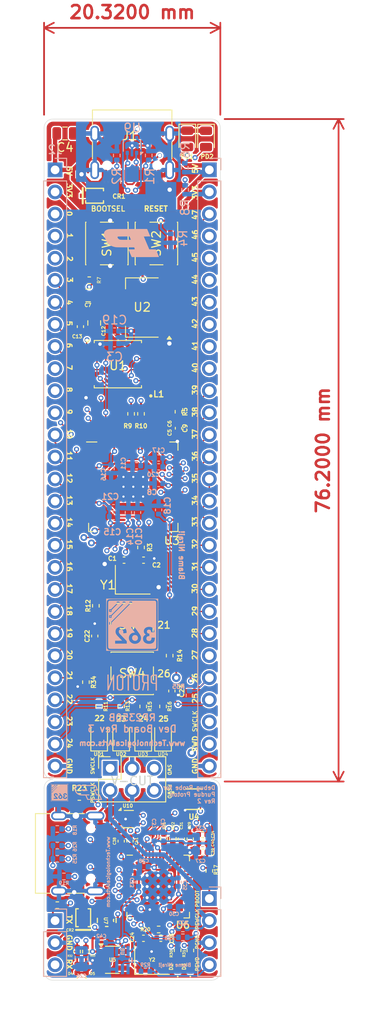
<source format=kicad_pcb>
(kicad_pcb (version 20240108) (generator "pcbnew") (generator_version "8.0")
  (title_block (title "Purdue Proton") (date "2025-01-29") (rev "REV3") (company "Author: Niraj Menon") (comment 1 "Based on Custom Design from Raspberry Pi Ltd"))
  (layers (0 "F.Cu" signal) (1 "In1.Cu" signal "Signal1.Cu") (2 "In2.Cu" signal "Signal2.Cu") (31 "B.Cu" signal) (34 "B.Paste" user) (35 "F.Paste" user) (36 "B.SilkS" user "B.Silkscreen") (37 "F.SilkS" user "F.Silkscreen") (38 "B.Mask" user) (39 "F.Mask" user) (44 "Edge.Cuts" user))
  (net 0 "")
  (net 1 "GND")
  (net 2 "VBUS")
  (net 3 "/XIN")
  (net 4 "/XOUT")
  (net 5 "+3V3")
  (net 6 "+1V1")
  (net 7 "Net-(J5-CC2)")
  (net 8 "/~{USB_BOOT}")
  (net 9 "/GPIO15")
  (net 10 "/GPIO14")
  (net 11 "/GPIO13")
  (net 12 "/GPIO12")
  (net 13 "/GPIO11")
  (net 14 "/GPIO10")
  (net 15 "/GPIO9")
  (net 16 "/GPIO8")
  (net 17 "/GPIO7")
  (net 18 "/GPIO6")
  (net 19 "/GPIO5")
  (net 20 "/GPIO4")
  (net 21 "/GPIO3")
  (net 22 "/GPIO2")
  (net 23 "/GPIO1")
  (net 24 "/GPIO0")
  (net 25 "/GPIO25")
  (net 26 "/GPIO24")
  (net 27 "/GPIO23")
  (net 28 "/GPIO22")
  (net 29 "/GPIO21")
  (net 30 "/GPIO20")
  (net 31 "/GPIO19")
  (net 32 "/GPIO18")
  (net 33 "/GPIO17")
  (net 34 "/GPIO16")
  (net 35 "/RUN")
  (net 36 "Net-(J5-CC1)")
  (net 37 "/QSPI_SD3")
  (net 38 "/QSPI_SD0")
  (net 39 "/QSPI_SD2")
  (net 40 "/QSPI_SD1")
  (net 41 "/USB_D+")
  (net 42 "/USB_D-")
  (net 43 "/VREG_LX")
  (net 44 "Net-(C2-Pad1)")
  (net 45 "/GPIO47_ADC7")
  (net 46 "/GPIO46_ADC6")
  (net 47 "/GPIO45_ADC5")
  (net 48 "/GPIO44_ADC4")
  (net 49 "/GPIO43_ADC3")
  (net 50 "/GPIO42_ADC2")
  (net 51 "/GPIO41_ADC1")
  (net 52 "/GPIO40_ADC0")
  (net 53 "/GPIO39")
  (net 54 "/GPIO38")
  (net 55 "/GPIO37")
  (net 56 "/GPIO36")
  (net 57 "/GPIO35")
  (net 58 "/GPIO34")
  (net 59 "/GPIO33")
  (net 60 "/GPIO32")
  (net 61 "/GPIO31")
  (net 62 "/GPIO30")
  (net 63 "Net-(R4-Pad1)")
  (net 64 "/DebugProbe/XIN")
  (net 65 "/GPIO29")
  (net 66 "/GPIO28")
  (net 67 "/GPIO27")
  (net 68 "/GPIO26")
  (net 69 "/FLASH_SS")
  (net 70 "/VREG_AVDD")
  (net 71 "Net-(C25-Pad1)")
  (net 72 "UVBUS")
  (net 73 "Net-(UD1-A)")
  (net 74 "Net-(UD2-A)")
  (net 75 "Net-(UD3-A)")
  (net 76 "Net-(UD4-A)")
  (net 77 "Net-(PD1-A)")
  (net 78 "Net-(PD2-A)")
  (net 79 "Net-(D1-A)")
  (net 80 "Net-(D2-A)")
  (net 81 "/QSPI_SCLK")
  (net 82 "Net-(D3-A)")
  (net 83 "Net-(D4-A)")
  (net 84 "Net-(D5-A)")
  (net 85 "Net-(J1-CC2)")
  (net 86 "Net-(J1-CC1)")
  (net 87 "/DebugProbe/USB_D-")
  (net 88 "/DebugProbe/USB_D+")
  (net 89 "Net-(J7-Pin_3)")
  (net 90 "Net-(J7-Pin_1)")
  (net 91 "Net-(U3-USB_DP)")
  (net 92 "Net-(U3-USB_DM)")
  (net 93 "Net-(R12-Pad2)")
  (net 94 "Net-(R14-Pad2)")
  (net 95 "/DebugProbe/QSPI_SS")
  (net 96 "/DebugProbe/~{USB_BOOT}")
  (net 97 "/DebugProbe/XOUT")
  (net 98 "Net-(U6-USB_DP)")
  (net 99 "Net-(U6-USB_DM)")
  (net 100 "/DebugProbe/GPIO2")
  (net 101 "/DebugProbe/GPIO4")
  (net 102 "/DebugProbe/GPIO6")
  (net 103 "Net-(U7-A)")
  (net 104 "/DebugProbe/GPIO12")
  (net 105 "/DebugProbe/GPIO14")
  (net 106 "Net-(U8-A)")
  (net 107 "/DebugProbe/GPIO7")
  (net 108 "/DebugProbe/GPIO8")
  (net 109 "/DebugProbe/GPIO15")
  (net 110 "/DebugProbe/GPIO16")
  (net 112 "/DebugProbe/QSPI_SD3")
  (net 113 "/DebugProbe/QSPI_SD1")
  (net 114 "/DebugProbe/QSPI_SCLK")
  (net 115 "/DebugProbe/QSPI_SD0")
  (net 116 "/DebugProbe/QSPI_SD2")
  (net 118 "/DebugProbe/GPIO5")
  (net 120 "/DebugProbe/GPIO13")
  (net 121 "/DebugProbe/GPIO26_ADC0")
  (net 122 "/DebugProbe/GPIO22")
  (net 123 "/DebugProbe/GPIO3")
  (net 124 "/DebugProbe/GPIO21")
  (net 126 "/DebugProbe/GPIO10")
  (net 127 "/DebugProbe/GPIO18")
  (net 128 "/DebugProbe/GPIO19")
  (net 129 "/DebugProbe/GPIO9")
  (net 131 "/DebugProbe/GPIO17")
  (net 132 "/DebugProbe/GPIO24")
  (net 133 "/DebugProbe/GPIO1")
  (net 134 "/DebugProbe/GPIO11")
  (net 135 "/DebugProbe/GPIO27_ADC1")
  (net 136 "/DebugProbe/GPIO25")
  (net 137 "/DebugProbe/GPIO23")
  (net 138 "/DebugProbe/GPIO0")
  (net 140 "/DebugProbe/GPIO29_ADC3")
  (net 141 "/DebugProbe/GPIO28_ADC2")
  (net 142 "/DebugProbe/GPIO20")
  (net 143 "Net-(J1-D--PadA7)")
  (net 144 "Net-(J1-D+-PadA6)")
  (net 145 "Net-(J5-D+-PadA6)")
  (net 146 "Net-(J5-D--PadA7)")
  (net 147 "P_VBUS")
  (net 148 "Net-(CR2-Pad2)")
  (net 149 "+P3V3")
  (net 150 "+P1V1")
  (net 151 "PGND")
  (net 152 "/SWCLK")
  (net 153 "/SWD")
  (net 154 "PSWCLK")
  (net 155 "PSWD")
  (footprint "Capacitor_SMD:C_0402_1005Metric" (layer "F.Cu") (at 151.2461 135.584522 180)
    (property "Reference" "C34")
    (property "Value" "1u")
  )
  (footprint "Resistor_SMD:R_0402_1005Metric" (layer "F.Cu") (at 137.78184 149.044522 -90)
    (property "Reference" "R33")
    (property "Value" "470")
  )
  (footprint "Diode_SMD:D_0402_1005Metric" (layer "F.Cu") (at 148.363661 150.822895 90)
    (property "Reference" "D2")
    (property "Value" "GREEN")
  )
  (footprint "Resistor_SMD:R_0402_1005Metric" (layer "F.Cu") (at 147.4361 115.010522 -90)
    (property "Reference" "R14")
    (property "Value" "1k")
  )
  (footprint "Capacitor_SMD:C_0402_1005Metric" (layer "F.Cu") (at 144.4281 104.026522)
    (property "Reference" "C2")
    (property "Value" "15p")
  )
  (footprint "Resistor_SMD:R_0402_1005Metric" (layer "F.Cu") (at 138.9281 109.276522 -90)
    (property "Reference" "R12")
    (property "Value" "1k")
  )
  (footprint "Connector_USB:USB_C_Receptacle_G-Switch_GT-USB-7010ASV" (layer "F.Cu") (at 143.1161 56.026522 180)
    (property "Reference" "J1")
    (property "Value" "USB_C_Receptacle_USB2.0_14P")
  )
  (footprint "Connector_USB:USB_C_Receptacle_G-Switch_GT-USB-7010ASV" (layer "F.Cu") (at 135.7471 137.759522 -90)
    (property "Reference" "J5" (hide yes))
    (property "Value" "USB_C_Receptacle_USB2.0_14P" (hide yes))
  )
  (footprint "Button_Switch_SMD:SW_SPST_PTS647_Sx38" (layer "F.Cu") (at 143.1181 117.046522)
    (property "Reference" "SW4")
    (property "Value" "RIGHT")
  )
  (footprint "Resistor_SMD:R_0402_1005Metric" (layer "F.Cu") (at 139.3081 120.852522 -90)
    (property "Reference" "R11")
    (property "Value" "3k")
  )
  (footprint "RP2350_80QFN_minimal:C_0402_1005Metric_small_pads" (layer "F.Cu") (at 146.1661 89.356522)
    (property "Reference" "C5")
    (property "Value" "4.7u")
  )
  (footprint "Diode_SMD:D_0402_1005Metric" (layer "F.Cu") (at 149.820575 150.824522 90)
    (property "Reference" "D3")
    (property "Value" "YELLOW")
  )
  (footprint "Capacitor_SMD:C_0805_2012Metric" (layer "F.Cu") (at 138.0381 73.570522)
    (property "Reference" "C7")
    (property "Value" "10u")
  )
  (footprint "Package_SO:SOIC-8_5.23x5.23mm_P1.27mm" (layer "F.Cu") (at 141.4671 81.482522)
    (property "Reference" "U1")
    (property "Value" "W25Q128JVS")
  )
  (footprint "Capacitor_SMD:C_0805_2012Metric" (layer "F.Cu") (at 135.3711 54.943522)
    (property "Reference" "C4")
    (property "Value" "10u")
  )
  (footprint "LED_SMD:LED_0805_2012Metric" (layer "F.Cu") (at 149.4681 55.561628 -90)
    (property "Reference" "PD1")
    (property "Value" "RED")
  )
  (footprint "Package_TO_SOT_SMD:SOT-23-5" (layer "F.Cu") (at 140.82984 149.996522)
    (property "Reference" "U5")
    (property "Value" "AP2112K-3.3")
  )
  (footprint "Resistor_SMD:R_0402_1005Metric" (layer "F.Cu") (at 141.8481 120.852522 -90)
    (property "Reference" "R13")
    (property "Value" "2k")
  )
  (footprint "DebugProbe:RP2040-QFN-56" (layer "F.Cu") (at 146.114548 141.570697)
    (property "Reference" "U6")
    (property "Value" "RP2040")
  )
  (footprint "Resistor_SMD:R_0402_1005Metric" (layer "F.Cu") (at 144.3881 120.852522 -90)
    (property "Reference" "R15")
    (property "Value" "1k")
  )
  (footprint "Button_Switch_SMD:SW_SPST_PTS647_Sx38" (layer "F.Cu") (at 140.1971 67.601522 -90)
    (property "Reference" "SW1")
    (property "Value" "BOOTSEL")
  )
  (footprint "Resistor_SMD:R_0402_1005Metric" (layer "F.Cu") (at 138.1651 71.830522 180)
    (property "Reference" "R7")
    (property "Value" "1k")
  )
  (footprint "LED_SMD:LED_0805_2012Metric" (layer "F.Cu") (at 146.6741 124.300242 90)
    (property "Reference" "UD4")
    (property "Value" "BLUE")
  )
  (footprint "Diode_SMD:D_0402_1005Metric" (layer "F.Cu") (at 137.796343 151.007092 90)
    (property "Reference" "D5")
    (property "Value" "YELLOW")
  )
  (footprint "Diode_SMD:D_0402_1005Metric" (layer "F.Cu") (at 136.780343 151.007092 90)
    (property "Reference" "D4")
    (property "Value" "GREEN")
  )
  (footprint "BAT60JFILM:CR_60JFILM_STM" (layer "F.Cu") (at 138.779201 62.111017)
    (property "Reference" "CR1")
    (property "Value" "BAT60JFILM")
  )
  (footprint "LED_SMD:LED_0805_2012Metric" (layer "F.Cu") (at 144.3881 124.300242 90)
    (property "Reference" "UD3")
    (property "Value" "GREEN")
  )
  (footprint "BAT60JFILM:CR_60JFILM_STM" (layer "F.Cu") (at 137.472629 145.156704 90)
    (property "Reference" "CR2")
    (property "Value" "BAT60JFILM")
  )
  (footprint "Resistor_SMD:R_0402_1005Metric" (layer "F.Cu") (at 146.782375 136.073214 -90)
    (property "Reference" "R21")
    (property "Value" "27")
  )
  (footprint "Package_TO_SOT_SMD:SOT-666" (layer "F.Cu") (at 142.6101 133.806522)
    (property "Reference" "U10")
    (property "Value" "USBLC6-2P6")
  )
  (footprint "Connector_PinSocket_2.54mm:PinSocket_2x03_P2.54mm_Vertical" (layer "F.Cu") (at 140.573741 127.964522 90)
    (property "Reference" "J6" (hide yes))
    (property "Value" "Conn_02x03_Top_Bottom")
  )
  (footprint "Resistor_SMD:R_0402_1005Metric" (layer "F.Cu") (at 136.76584 149.046522 -90)
    (property "Reference" "R32")
    (property "Value" "2k")
  )
  (footprint "Capacitor_SMD:C_0402_1005Metric" (layer "F.Cu") (at 148.795599 136.087147 90)
    (property "Reference" "C31")
    (property "Value" "1u")
  )
  (footprint "Resistor_SMD:R_0402_1005Metric" (layer "F.Cu") (at 137.7841 118.058522 90)
    (property "Reference" "R34")
    (property "Value" "10k")
  )
  (footprint "Capacitor_SMD:C_0402_1005Metric" (layer "F.Cu") (at 137.1491 77.164522 -90)
    (property "Reference" "C13")
    (property "Value" "100n")
  )
  (footprint "RP2350_80QFN_minimal:L_pol_2016" (layer "F.Cu") (at 146.1661 86.435522)
    (property "Reference" "L1")
    (property "Value" "3.3u")
  )
  (footprint "Capacitor_SMD:C_0402_1005Metric" (layer "F.Cu") (at 142.8641 136.346522 90)
    (property "Reference" "C41")
    (property "Value" "100n")
  )
  (footprint "Resistor_SMD:R_0402_1005Metric" (layer "F.Cu") (at 142.9911 87.197522 -90)
    (property "Reference" "R9")
    (property "Value" "27")
  )
  (footprint "Resistor_SMD:R_0402_1005Metric" (layer "F.Cu") (at 149.82144 148.922128 -90)
    (property "Reference" "R31")
    (property "Value" "470")
  )
  (footprint "SN74AUP1T17DCKR:DCK5" (layer "F.Cu") (at 140.182101 145.465122 -90)
    (property "Reference" "U7")
    (property "Value" "SN74AUP1T17DCKR")
  )
  (footprint "LED_SMD:LED_0805_2012Metric" (layer "F.Cu") (at 151.6271 55.574522 -90)
    (property "Reference" "PD2")
    (property "Value" "GREEN")
  )
  (footprint "Capacitor_SMD:C_0402_1005Metric" (layer "F.Cu") (at 141.8481 136.346522 90)
    (property "Reference" "C38")
    (property "Value" "100n")
  )
  (footprint "Button_Switch_SMD:SW_SPST_PTS647_Sx38" (layer "F.Cu") (at 143.0761 111.458522)
    (property "Reference" "SW3")
    (property "Value" "LEFT")
  )
  (footprint "Resistor_SMD:R_0402_1005Metric" (layer "F.Cu") (at 147.798375 136.073214 -90)
    (property "Reference" "R22")
    (property "Value" "27")
  )
  (footprint "Capacitor_SMD:C_0402_1005Metric" (layer "F.Cu") (at 146.4201 147.522522 180)
    (property "Reference" "C25")
    (property "Value" "15p")
  )
  (footprint "Resistor_SMD:R_0402_1005Metric" (layer "F.Cu") (at 146.1661 146.506522)
    (property "Reference" "R20")
    (property "Value" "1k")
  )
  (footprint "Capacitor_SMD:C_0402_1005Metric" (layer "F.Cu") (at 138.8001 112.752522 90)
    (property "Reference" "C22")
    (property "Value" "100n")
  )
  (footprint "Capacitor_SMD:C_0402_1005Metric" (layer "F.Cu") (at 151.2741 136.600522 180)
    (property "Reference" "C40")
    (property "Value" "100n")
  )
  (footprint "Resistor_SMD:R_0402_1005Metric" (layer "F.Cu") (at 144.1341 102.564522 -90)
    (property "Reference" "R3")
    (property "Value" "1k")
  )
  (footprint "Capacitor_SMD:C_0402_1005Metric" (layer "F.Cu") (at 148.4521 88.852522 -90)
    (property "Reference" "C9")
    (property "Value" "4.7u")
  )
  (footprint "Diode_SMD:D_0402_1005Metric" (layer "F.Cu") (at 134.98784 131.266522)
    (property "Reference" "D1")
    (property "Value" "RED")
  )
  (footprint "Capacitor_SMD:C_0805_2012Metric" (layer "F.Cu") (at 138.7391 76.745522 -90)
    (property "Reference" "C12")
    (property "Value" "10u")
  )
  (footprint "Resistor_SMD:R_0402_1005Metric" (layer "F.Cu") (at 148.353212 148.900232 -90)
    (property "Reference" "R30")
    (property "Value" "2k")
  )
  (footprint "RP2350_80QFN_minimal:RP2350-QFN-80-1EP_10x10_P0.4mm_EP3.4x3.4mm_ThermalVias" (layer "F.Cu") (at 143.2451 95.583522)
    (property "Reference" "U3")
    (property "Value" "RP2350_80QFN")
  )
  (footprint "W25Q16JVUXIQ:USON-8_UX_2x3x0p6_WIN" (layer "F.Cu") (at 150.2301 131.520522)
    (property "Reference" "U4")
    (property "Value" "W25Q16JVUXIQ TR")
  )
  (footprint "Resistor_SMD:R_0402_1005Metric" (layer "F.Cu") (at 137.01984 131.266522 180)
    (property "Reference" "R23")
    (property "Value" "470")
  )
  (footprint "Crystal:Crystal_SMD_3225-4Pin_3.2x2.5mm" (layer "F.Cu") (at 143.1781 106.276522)
    (property "Reference" "Y1")
    (property "Value" "ABM8-272-T3")
  )
  (footprint "LED_SMD:LED_0805_2012Metric" (layer "F.Cu") (at 141.8481 124.281522 90)
    (property "Reference" "UD2")
    (property "Value" "YELLOW")
  )
  (footprint "Resistor_SMD:R_0402_1005Metric" (layer "F.Cu") (at 144.1341 87.195522 -90)
    (property "Reference" "R10")
    (property "Value" "27")
  )
  (footprint "Capacitor_SMD:C_0402_1005Metric" (layer "F.Cu") (at 147.6901 119.078522 -90)
    (property "Reference" "C23")
    (property "Value" "100n")
  )
  (footprint "Capacitor_SMD:C_0402_1005Metric" (layer "F.Cu") (at 149.805694 136.080181 90)
    (property "Reference" "C29")
    (property "Value" "100n")
  )
  (footprint "Resistor_SMD:R_0402_1005Metric" (layer "F.Cu") (at 152.0081 139.775522 -90)
    (property "Reference" "R17")
    (property "Value" "1k")
  )
  (footprint "Capacitor_SMD:C_0402_1005Metric" (layer "F.Cu") (at 144.4161 147.522522)
    (property "Reference" "C24")
    (property "Value" "15p")
  )
  (footprint "Capacitor_SMD:C_0402_1005Metric" (layer "F.Cu") (at 151.2741 137.616522 180)
    (property "Reference" "C39")
    (property "Value" "100n")
  )
  (footprint "Resistor_SMD:R_0402_1005Metric" (layer "F.Cu") (at 148.453512 86.957405 -90)
    (property "Reference" "R5")
    (property "Value" "33")
  )
  (footprint "RP2350_80QFN_minimal:C_0402_1005Metric_small_pads" (layer "F.Cu") (at 146.1661 88.340522)
    (property "Reference" "C6")
    (property "Value" "4.7u")
  )
  (footprint "Crystal:Crystal_SMD_3225-4Pin_3.2x2.5mm" (layer "F.Cu") (at 145.4041 150.023522)
    (property "Reference" "Y2")
    (property "Value" "ABM8-272-T3")
  )
  (footprint "LED_SMD:LED_0805_2012Metric" (layer "F.Cu") (at 139.3081 124.292245 90)
    (property "Reference" "UD1")
    (property "Value" "RED")
  )
  (footprint "Resistor_SMD:R_0402_1005Metric" (layer "F.Cu") (at 134.4821 143.712522 180)
    (property "Reference" "R24" (hide yes))
    (property "Value" "100")
  )
  (footprint "Resistor_SMD:R_0402_1005Metric" (layer "F.Cu") (at 146.6741 120.852522 -90)
    (property "Reference" "R16")
    (property "Value" "510")
  )
  (footprint "Capacitor_SMD:C_0402_1005Metric" (layer "F.Cu") (at 142.1781 104.026522 180)
    (property "Reference" "C1")
    (property "Value" "15p")
  )
  (footprint "Button_Switch_SMD:SW_SPST_PTS647_Sx38" (layer "F.Cu") (at 145.9121 67.601522 -90)
    (property "Reference" "SW2")
    (property "Value" "RESET")
  )
  (footprint "Package_TO_SOT_SMD:SOT-223-3_TabPin2" (layer "F.Cu") (at 144.2611 74.967522 180)
    (property "Reference" "U2")
    (property "Value" "NCP1117-3.3_SOT223")
  )
  (footprint "Capacitor_SMD:C_0402_1005Metric" (layer "B.Cu") (at 144.465808 139.284697 180)
    (property "Reference" "C28")
    (property "Value" "100n")
  )
  (footprint "Capacitor_SMD:C_0402_1005Metric" (layer "B.Cu") (at 145.6581 135.838522 90)
    (property "Reference" "C37")
    (property "Value" "100n")
  )
  (footprint "Resistor_SMD:R_0402_1005Metric" (layer "B.Cu") (at 145.0231 57.477522 90)
    (property "Reference" "R1")
    (property "Value" "5.1k")
  )
  (footprint "Resistor_SMD:R_0402_1005Metric" (layer "B.Cu") (at 134.47984 134.949522 180)
    (property "Reference" "R18")
    (property "Value" "5.1k")
  )
  (footprint "Connector_PinHeader_2.54mm:PinHeader_1x03_P2.54mm_Vertical" (layer "B.Cu") (at 134.22584 145.490522 180)
    (property "Reference" "J7" (hide yes))
    (property "Value" "UART-PINS")
  )
  (footprint "Package_TO_SOT_SMD:SOT-666" (layer "B.Cu") (at 143.0886 56.336522 90)
    (property "Reference" "U9")
    (property "Value" "USBLC6-2P6")
  )
  (footprint "Capacitor_SMD:C_0402_1005Metric" (layer "B.Cu") (at 143.828548 141.062697 90)
    (property "Reference" "C33")
    (property "Value" "100n")
  )
  (footprint "logos:purdue-small" (layer "B.Cu") (at 138.0381 130.758522 180)
    (property "Reference" "G***" (hide yes))
    (property "Value" "LOGO" (hide yes))
  )
  (footprint "LOGO" (layer "B.Cu") (at 143.1181 117.931522 180)
    (property "Reference" "G***" (hide yes))
    (property "Value" "LOGO" (hide yes))
  )
  (footprint "Capacitor_SMD:C_0402_1005Metric" (layer "B.Cu") (at 146.1661 92.276522 180)
    (property "Reference" "C17")
    (property "Value" "100n")
  )
  (footprint "SN74AUP1T17DCKR:DCK5" (layer "B.Cu") (at 141.987839 150.037122 90)
    (property "Reference" "U8")
    (property "Value" "SN74AUP1T17DCKR")
  )
  (footprint "Capacitor_SMD:C_0402_1005Metric" (layer "B.Cu") (at 140.6781 93.526522 -90)
    (property "Reference" "C16")
    (property "Value" "100n")
  )
  (footprint "Capacitor_SMD:C_0402_1005Metric" (layer "B.Cu") (at 146.1661 95.198522 180)
    (property "Reference" "C8")
    (property "Value" "100n")
  )
  (footprint "Resistor_SMD:R_0402_1005Metric" (layer "B.Cu") (at 148.9601 147.40841)
    (property "Reference" "R28")
    (property "Value" "100")
  )
  (footprint "Capacitor_SMD:C_0402_1005Metric" (layer "B.Cu") (at 141.0861 79.121 180)
    (property "Reference" "C3")
    (property "Value" "100n")
  )
  (footprint "Capacitor_SMD:C_0402_1005Metric" (layer "B.Cu") (at 141.0861 77.676522 180)
    (property "Reference" "C19")
    (property "Value" "100n")
  )
  (footprint "Connector_PinHeader_2.54mm:PinHeader_1x28_P2.54mm_Vertical" (layer "B.Cu") (at 134.2281 59.134522 180)
    (property "Reference" "J2")
    (property "Value" "Conn_01x28_Pin")
  )
  (footprint "LOGO" (layer "B.Cu") (at 143.1181 67.512522 180)
    (property "Reference" "G***" (hide yes))
    (property "Value" "LOGO" (hide yes))
  )
  (footprint "LOGO" (layer "B.Cu") (at 143.1181 111.454522 180)
    (property "Reference" "G***" (hide yes))
    (property "Value" "LOGO" (hide yes))
  )
  (footprint "Resistor_SMD:R_0402_1005Metric" (layer "B.Cu") (at 149.2141 61.420522 90)
    (property "Reference" "R8")
    (property "Value" "1k")
  )
  (footprint "logos:362-small" (layer "B.Cu") (at 134.7361 130.758522 180)
    (property "Reference" "G***" (hide yes))
    (property "Value" "LOGO" (hide yes))
  )
  (footprint "Resistor_SMD:R_0402_1005Metric" (layer "B.Cu") (at 149.1781 58.880522 90)
    (property "Reference" "R6")
    (property "Value" "5.1k")
  )
  (footprint "Capacitor_SMD:C_0402_1005Metric" (layer "B.Cu") (at 146.168523 93.292522 180)
    (property "Reference" "C20")
    (property "Value" "100n")
  )
  (footprint "Resistor_SMD:R_0402_1005Metric" (layer "B.Cu") (at 144.63984 151.332522)
    (property "Reference" "R29")
    (property "Value" "100")
  )
  (footprint "Capacitor_SMD:C_0402_1005Metric" (layer "B.Cu") (at 146.1661 98.246522 90)
    (property "Reference" "C18")
    (property "Value" "100n")
  )
  (footprint "Capacitor_SMD:C_0603_1608Metric" (layer "B.Cu") (at 151.2461 137.489522 180)
    (property "Reference" "C27")
    (property "Value" "10u")
  )
  (footprint "Resistor_SMD:R_0402_1005Metric" (layer "B.Cu") (at 134.47984 138.378522 180)
    (property "Reference" "R25")
    (property "Value" "100")
  )
  (footprint "Connector_PinHeader_2.54mm:PinHeader_1x28_P2.54mm_Vertical" (layer "B.Cu") (at 152.0081 59.130522 180)
    (property "Reference" "J4" (hide yes))
    (property "Value" "Conn_01x28_Pin")
  )
  (footprint "Capacitor_SMD:C_0402_1005Metric" (layer "B.Cu") (at 147.9441 143.856697)
    (property "Reference" "C30")
    (property "Value" "100n")
  )
  (footprint "Resistor_SMD:R_0402_1005Metric" (layer "B.Cu") (at 141.3401 57.479522 90)
    (property "Reference" "R2")
    (property "Value" "5.1k")
  )
  (footprint "Resistor_SMD:R_0402_1005Metric" (layer "B.Cu") (at 134.4821 136.854522 180)
    (property "Reference" "R26")
    (property "Value" "100")
  )
  (footprint "Resistor_SMD:R_0402_1005Metric" (layer "B.Cu") (at 149.7221 119.582522 90)
    (property "Reference" "R35")
    (property "Value" "10k")
  )
  (footprint "Capacitor_SMD:C_0402_1005Metric" (layer "B.Cu") (at 142.6781 98.526522 90)
    (property "Reference" "C14")
    (property "Value" "100n")
  )
  (footprint "Capacitor_SMD:C_0805_2012Metric" (layer "B.Cu") (at 137.27384 149.869522 -90)
    (property "Reference" "C26")
    (property "Value" "10u")
  )
  (footprint "Capacitor_SMD:C_0402_1005Metric" (layer "B.Cu") (at 139.58784 148.030522 180)
    (property "Reference" "C42")
    (property "Value" "100n")
  )
  (footprint "Resistor_SMD:R_0402_1005Metric" (layer "B.Cu") (at 147.5631 67.008522 -90)
    (property "Reference" "R4")
    (property "Value" "1k")
  )
  (footprint "Capacitor_SMD:C_0402_1005Metric" (layer "B.Cu") (at 148.400548 141.062697 90)
    (property "Reference" "C35")
    (property "Value" "100n")
  )
  (footprint "Resistor_SMD:R_0402_1005Metric" (layer "B.Cu") (at 148.957876 146.379522)
    (property "Reference" "R27")
    (property "Value" "100")
  )
  (footprint "Capacitor_SMD:C_0603_1608Metric" (layer "B.Cu") (at 151.2461 135.838522 180)
    (property "Reference" "C32")
    (property "Value" "10u")
  )
  (footprint "Capacitor_SMD:C_0402_1005Metric" (layer "B.Cu") (at 140.9591 99.008522)
    (property "Reference" "C15")
    (property "Value" "100n")
  )
  (footprint "Capacitor_SMD:C_0402_1005Metric" (layer "B.Cu") (at 143.7341 98.548522 90)
    (property "Reference" "C10")
    (property "Value" "4.7u")
  )
  (footprint "Connector_PinHeader_2.54mm:PinHeader_1x04_P2.54mm_Vertical" (layer "B.Cu") (at 152.0081 142.950522 180)
    (property "Reference" "J3" (hide yes))
    (property "Value" "DebugnBoot")
  )
  (footprint "Capacitor_SMD:C_0402_1005Metric" (layer "B.Cu") (at 146.6741 135.838522 90)
    (property "Reference" "C36")
    (property "Value" "100n")
  )
  (footprint "Capacitor_SMD:C_0402_1005Metric" (layer "B.Cu") (at 143.6261 93.166522 180)
    (property "Reference" "C11")
    (property "Value" "100n")
  )
  (footprint "Capacitor_SMD:C_0402_1005Metric" (layer "B.Cu") (at 140.9591 97.992522)
    (property "Reference" "C21")
    (property "Value" "100n")
  )
  (footprint "Resistor_SMD:R_0402_1005Metric" (layer "B.Cu") (at 135.2441 140.410522 180)
    (property "Reference" "R19")
    (property "Value" "5.1k")
  )
  (gr_line (start 136.652 146.558) (end 138.303 146.558) (stroke (width 0.24)) (layer "F.SilkS"))
  (gr_line (start 137.414 61.214) (end 137.414 62.992) (stroke (width 0.24)) (layer "F.SilkS"))
  (gr_line (start 152.2621 53.288522) (end 133.9741 53.288522) (stroke (width 0.05)) (layer "Edge.Cuts"))
  (gr_line (start 153.2781 128.218522) (end 153.2781 54.304522) (stroke (width 0.05)) (layer "Edge.Cuts"))
  (gr_arc (start 153.2781 128.218522) (mid 152.98052 128.936942) (end 152.2621 129.234522) (stroke (width 0.05)) (layer "Edge.Cuts"))
  (gr_line (start 152.2621 152.348522) (end 133.9741 152.348522) (stroke (width 0.05)) (layer "Edge.Cuts"))
  (gr_arc (start 153.2781 151.332522) (mid 152.98052 152.050942) (end 152.2621 152.348522) (stroke (width 0.05)) (layer "Edge.Cuts"))
  (gr_arc (start 152.2621 129.234522) (mid 152.98052 129.532102) (end 153.2781 130.250522) (stroke (width 0.05)) (layer "Edge.Cuts"))
  (gr_arc (start 132.9581 54.304522) (mid 133.25568 53.586102) (end 133.9741 53.288522) (stroke (width 0.05)) (layer "Edge.Cuts"))
  (gr_line (start 153.2781 151.332522) (end 153.2781 130.250522) (stroke (width 0.05)) (layer "Edge.Cuts"))
  (gr_arc (start 133.9741 152.348522) (mid 133.25568 152.050942) (end 132.9581 151.332522) (stroke (width 0.05)) (layer "Edge.Cuts"))
  (gr_line (start 132.9581 151.332522) (end 132.9581 130.250522) (stroke (width 0.05)) (layer "Edge.Cuts"))
  (gr_arc (start 132.9581 130.250522) (mid 133.25568 129.532102) (end 133.9741 129.234522) (stroke (width 0.05)) (layer "Edge.Cuts"))
  (gr_arc (start 152.2621 53.288522) (mid 152.98052 53.586102) (end 153.2781 54.304522) (stroke (width 0.05)) (layer "Edge.Cuts"))
  (gr_line (start 132.9581 128.218522) (end 132.9581 54.304522) (stroke (width 0.05)) (layer "Edge.Cuts"))
  (gr_arc (start 133.9741 129.234522) (mid 133.25568 128.936942) (end 132.9581 128.218522) (stroke (width 0.05)) (layer "Edge.Cuts"))
  (gr_text "Blame Niraj!" (at 148.4521 106.374522 -90) (layer "B.SilkS") (effects (font (size 0.6 0.6)) (justify left bottom mirror)))
  (gr_text "Debug Probe for \nPurdue Proton\nRev 2" (at 152.7701 132.028522 0) (layer "B.SilkS") (effects (font (size 0.48 0.48) (thickness 0.1125)) (justify left bottom mirror)))
  (gr_text "www.TechnologicalArts.com" (at 140.5781 139.902522 90) (layer "B.SilkS") (effects (font (size 0.4 0.4) (thickness 0.1)) (justify bottom mirror)))
  (gr_text "Blame Niraj!" (at 149.9761 150.824522 0) (layer "B.SilkS") (effects (font (size 0.4 0.4) (thickness 0.1)) (justify left bottom mirror)))
  (gr_text "www.TechnologicalArts.com" (at 143.1181 125.424522 0) (layer "B.SilkS") (effects (font (size 0.6 0.6)) (justify bottom mirror)))
  (gr_text "RP2350B\nDev Board Rev 3" (at 143.1181 123.900522 0) (layer "B.SilkS") (effects (font (size 0.8 0.8)) (justify bottom mirror)))
  (gr_text "21" (at 145.9121 111.962522 0) (layer "F.SilkS") (effects (font (size 0.8 0.8)) (justify left bottom)))
  (gr_text "37" (at 150.7381 90.191635 90) (layer "F.SilkS") (effects (font (size 0.6 0.6)) (justify left bottom)))
  (gr_text "SWD" (at 150.7381 126.186522 90) (layer "F.SilkS") (effects (font (size 0.6 0.6)) (justify left bottom)))
  (gr_text "0" (at 135.4981 63.782295 270) (layer "F.SilkS") (effects (font (size 0.6 0.6)) (justify left bottom)))
  (gr_text "30" (at 150.707768 107.952852 90) (layer "F.SilkS") (effects (font (size 0.6 0.6)) (justify left bottom)))
  (gr_text "14" (at 135.4981 99.012522 270) (layer "F.SilkS") (effects (font (size 0.6 0.6)) (justify left bottom)))
  (gr_text "18" (at 135.4981 109.172522 270) (layer "F.SilkS") (effects (font (size 0.6 0.6)) (justify left bottom)))
  (gr_text "GND" (at 135.4981 147.014522 270) (layer "F.SilkS") (effects (font (size 0.6 0.6)) (justify left bottom)))
  (gr_text "36" (at 150.7381 92.731635 90) (layer "F.SilkS") (effects (font (size 0.6 0.6)) (justify left bottom)))
  (gr_text "27" (at 150.730188 115.597904 90) (layer "F.SilkS") (effects (font (size 0.6 0.6)) (justify left bottom)))
  (gr_text "43" (at 150.7381 74.951635 90) (layer "F.SilkS") (effects (font (size 0.6 0.6)) (justify left bottom)))
  (gr_text "PBOOT" (at 150.85977 144.004983 90) (layer "F.SilkS") (effects (font (size 0.4 0.4) (thickness 0.1)) (justify left bottom)))
  (gr_text "33" (at 150.7381 100.278522 90) (layer "F.SilkS") (effects (font (size 0.6 0.6)) (justify left bottom)))
  (gr_text "PSWD" (at 147.1821 129.742522 -90) (layer "F.SilkS") (effects (font (size 0.4 0.4) (thickness 0.1)) (justify left bottom)))
  (gr_text "31" (at 150.7381 105.358522 90) (layer "F.SilkS") (effects (font (size 0.6 0.6)) (justify left bottom)))
  (gr_text "1" (at 135.560263 66.322295 270) (layer "F.SilkS") (effects (font (size 0.6 0.6)) (justify left bottom)))
  (gr_text "42" (at 150.7381 77.491635 90) (layer "F.SilkS") (effects (font (size 0.6 0.6)) (justify left bottom)))
  (gr_text "SWCLK" (at 138.8001 128.726522 90) (layer "F.SilkS") (effects (font (size 0.4 0.4) (thickness 0.1) (bold yes)) (justify left bottom)))
  (gr_text "26" (at 145.9121 117.550522 0) (layer "F.SilkS") (effects (font (size 0.8 0.8)) (justify left bottom)))
  (gr_text "45" (at 150.7381 69.871635 90) (layer "F.SilkS") (effects (font (size 0.6 0.6)) (justify left bottom)))
  (gr_text "25" (at 150.7381 120.598522 90) (layer "F.SilkS") (effects (font (size 0.6 0.6)) (justify left bottom)))
  (gr_text "32" (at 150.7381 102.818522 90) (layer "F.SilkS") (effects (font (size 0.6 0.6)) (justify left bottom)))
  (gr_text "21" (at 135.4981 116.665522 270) (layer "F.SilkS") (effects (font (size 0.6 0.6)) (justify left bottom)))
  (gr_text "20" (at 135.4981 114.252522 270) (layer "F.SilkS") (effects (font (size 0.6 0.6)) (justify left bottom)))
  (gr_text "3" (at 135.560263 71.402295 270) (layer "F.SilkS") (effects (font (size 0.6 0.6)) (justify left bottom)))
  (gr_text "35" (at 150.7381 95.271635 90) (layer "F.SilkS") (effects (font (size 0.6 0.6)) (justify left bottom)))
  (gr_text "23" (at 141.190111 122.630522 0) (layer "F.SilkS") (effects (font (size 0.6 0.6)) (justify left bottom)))
  (gr_text "24" (at 143.756246 122.62528 0) (layer "F.SilkS") (effects (font (size 0.6 0.6)) (justify left bottom)))
  (gr_text "12" (at 135.4981 93.932522 270) (layer "F.SilkS") (effects (font (size 0.6 0.6)) (justify left bottom)))
  (gr_text "PSWD" (at 150.85977 151.370983 90) (layer "F.SilkS") (effects (font (size 0.4 0.4) (thickness 0.1)) (justify left bottom)))
  (gr_text "24" (at 135.4981 124.412522 -90) (layer "F.SilkS") (effects (font (size 0.6 0.6)) (justify left bottom)))
  (gr_text "PSWCLK" (at 150.85977 146.544983 90) (layer "F.SilkS") (effects (font (size 0.4 0.4) (thickness 0.1)) (justify left bottom)))
  (gr_text "3V3" (at 135.4981 60.576522 -90) (layer "F.SilkS") (effects (font (size 0.6 0.6)) (justify left bottom)))
  (gr_text "SWD" (at 147.1821 127.456522 -90) (layer "F.SilkS") (effects (font (size 0.4 0.4) (thickness 0.1)) (justify left bottom)))
  (gr_text "TX" (at 135.4981 144.728522 -90) (layer "F.SilkS") (effects (font (size 0.6 0.6)) (justify left bottom)))
  (gr_text "PGND" (at 150.85977 148.830983 90) (layer "F.SilkS") (effects (font (size 0.4 0.4) (thickness 0.1)) (justify left bottom)))
  (gr_text "RESET" (at 144.3881 63.956522 0) (layer "F.SilkS") (effects (font (size 0.6 0.6)) (justify left bottom)))
  (gr_text "10" (at 135.4981 88.852522 270) (layer "F.SilkS") (effects (font (size 0.6 0.6)) (justify left bottom)))
  (gr_text "RX" (at 135.4981 149.808522 270) (layer "F.SilkS") (effects (font (size 0.6 0.6)) (justify left bottom)))
  (gr_text "13" (at 135.4981 96.472522 270) (layer "F.SilkS") (effects (font (size 0.6 0.6)) (justify left bottom)))
  (gr_text "5V" (at 150.7381 59.638522 90) (layer "F.SilkS") (effects (font (size 0.6 0.6)) (justify left bottom)))
  (gr_text "2" (at 135.560263 68.989295 270) (layer "F.SilkS") (effects (font (size 0.6 0.6)) (justify left bottom)))
  (gr_text "46" (at 150.7381 67.258522 90) (layer "F.SilkS") (effects (font (size 0.6 0.6)) (justify left bottom)))
  (gr_text "GND" (at 150.7381 128.726522 90) (layer "F.SilkS") (effects (font (size 0.6 0.6)) (justify left bottom)))
  (gr_text "25" (at 146.062718 122.630522 0) (layer "F.SilkS") (effects (font (size 0.6 0.6)) (justify left bottom)))
  (gr_text "22" (at 138.690621 122.568744 0) (layer "F.SilkS") (effects (font (size 0.6 0.6)) (justify left bottom)))
  (gr_text "11" (at 135.4981 91.392522 270) (layer "F.SilkS") (effects (font (size 0.6 0.6)) (justify left bottom)))
  (gr_text "GND" (at 135.4981 126.698522 -90) (layer "F.SilkS") (effects (font (size 0.6 0.6)) (justify left bottom)))
  (gr_text "5V" (at 135.4981 58.622522 -90) (layer "F.SilkS") (effects (font (size 0.6 0.6)) (justify left bottom)))
  (gr_text "29" (at 150.730188 110.553515 90) (layer "F.SilkS") (effects (font (size 0.6 0.6)) (justify left bottom)))
  (gr_text "44" (at 150.7381 72.411635 90) (layer "F.SilkS") (effects (font (size 0.6 0.6)) (justify left bottom)))
  (gr_text "17" (at 135.4981 106.632522 270) (layer "F.SilkS") (effects (font (size 0.6 0.6)) (justify left bottom)))
  (gr_text "26" (at 150.730188 118.265825 90) (layer "F.SilkS") (effects (font (size 0.6 0.6)) (justify left bottom)))
  (gr_text "39" (at 150.7381 85.111635 90) (layer "F.SilkS") (effects (font (size 0.6 0.6)) (justify left bottom)))
  (gr_text "41" (at 150.7381 80.031635 90) (layer "F.SilkS") (effects (font (size 0.6 0.6)) (justify left bottom)))
  (gr_text "19" (at 135.4981 111.712522 270) (layer "F.SilkS") (effects (font (size 0.6 0.6)) (justify left bottom)))
  (gr_text "22" (at 135.4981 119.332522 270) (layer "F.SilkS") (effects (font (size 0.6 0.6)) (justify left bottom)))
  (gr_text "47" (at 150.7381 64.972522 90) (layer "F.SilkS") (effects (font (size 0.6 0.6)) (justify left bottom)))
  (gr_text "15" (at 135.4981 101.552522 270) (layer "F.SilkS") (effects (font (size 0.6 0.6)) (justify left bottom)))
  (gr_text "7" (at 135.4981 81.486522 270) (layer "F.SilkS") (effects (font (size 0.6 0.6)) (justify left bottom)))
  (gr_text "4" (at 135.4981 73.993522 270) (layer "F.SilkS") (effects (font (size 0.6 0.6)) (justify left bottom)))
  (gr_text "40" (at 150.7381 82.571635 90) (layer "F.SilkS") (effects (font (size 0.6 0.6)) (justify left bottom)))
  (gr_text "23" (at 135.4981 121.872522 270) (layer "F.SilkS") (effects (font (size 0.6 0.6)) (justify left bottom)))
  (gr_text "6" (at 135.4981 78.946522 270) (layer "F.SilkS") (effects (font (size 0.6 0.6)) (justify left bottom)))
  (gr_text "8" (at 135.4981 84.026522 270) (layer "F.SilkS") (effects (font (size 0.6 0.6)) (justify left bottom)))
  (gr_text "PSWCLK" (at 138.8001 132.028522 90) (layer "F.SilkS") (effects (font (size 0.4 0.4) (thickness 0.1) (bold yes)) (justify left bottom)))
  (gr_text "38" (at 150.7381 87.651635 90) (layer "F.SilkS") (effects (font (size 0.6 0.6)) (justify left bottom)))
  (gr_text "3V3" (at 150.7381 62.686522 90) (layer "F.SilkS") (effects (font (size 0.6 0.6)) (justify left bottom)))
  (gr_text "SWCLK" (at 150.646089 123.845174 90) (layer "F.SilkS") (effects (font (size 0.5 0.5) (thickness 0.1)) (justify left bottom)))
  (gr_text "9" (at 135.4981 86.566522 270) (layer "F.SilkS") (effects (font (size 0.6 0.6)) (justify left bottom)))
  (gr_text "5" (at 135.4981 76.406522 270) (layer "F.SilkS") (effects (font (size 0.6 0.6)) (justify left bottom)))
  (gr_text "28" (at 150.707768 113.086919 90) (layer "F.SilkS") (effects (font (size 0.6 0.6)) (justify left bottom)))
  (gr_text "BOOTSEL" (at 138.2921 63.956522 0) (layer "F.SilkS") (effects (font (size 0.6 0.6) (thickness 0.125)) (justify left bottom)))
  (gr_text "34" (at 150.7381 97.811635 90) (layer "F.SilkS") (effects (font (size 0.6 0.6)) (justify left bottom)))
  (gr_text "16" (at 135.4981 104.092522 270) (layer "F.SilkS") (effects (font (size 0.6 0.6)) (justify left bottom)))
  (gr_text "V-CUT" (at 140.5781 129.996522 0) (layer "Edge.Cuts") (effects (font (size 1 1)) (justify left bottom)))
  (dimension (type aligned) (layer "F.Cu") (pts (xy 132.9581 53.288522) (xy 153.2781 53.288522)) (height -10.49) (gr_text "20.3200 mm" (at 143.1181 40.998522 0) (layer "F.Cu") (effects (font (size 1.5 1.5) (thickness 0.3)))) (format (prefix "") (suffix "") (units 3) (units_format 1) (precision 4)) (style (thickness 0.2) (arrow_length 1.27) (text_position_mode 0) (extension_height 0.58642) (extension_offset 0.5) keep_text_aligned))
  (dimension (type aligned) (layer "F.Cu") (pts (xy 153.2781 53.288522) (xy 153.2781 129.488522)) (height -13.63) (gr_text "76.2000 mm" (at 165.1081 91.388522 90) (layer "F.Cu") (effects (font (size 1.5 1.5) (thickness 0.3)))) (format (prefix "") (suffix "") (units 3) (units_format 1) (precision 4)) (style (thickness 0.2) (arrow_length 1.27) (text_position_mode 0) (extension_height 0.58642) (extension_offset 0.5) keep_text_aligned))
  (segment (start 147.404752 79.105696) (end 147.4111 79.099348) (width 0.508) (layer "F.Cu") (net 1))
  (segment (start 147.75732 125.237742) (end 150.2301 127.710522) (width 0.508) (layer "F.Cu") (net 1))
  (segment (start 146.3161 59.751522) (end 146.8361 59.751522) (width 0.508) (layer "F.Cu") (net 1))
  (segment (start 141.7971 70.226522) (end 140.6251 70.226522) (width 0.508) (layer "F.Cu") (net 1))
  (segment (start 138.7881 54.943522) (end 138.7961 54.951522) (width 0.508) (layer "F.Cu") (net 1))
  (segment (start 146.921478 91.388522) (end 147.6901 91.388522) (width 0.2032) (layer "F.Cu") (net 1))
  (segment (start 144.3881 125.237742) (end 146.6741 125.237742) (width 0.508) (layer "F.Cu") (net 1))
  (segment (start 151.614206 54.624128) (end 151.6271 54.637022) (width 0.508) (layer "F.Cu") (net 1))
  (segment (start 146.6451 90.687022) (end 146.6451 89.392522) (width 0.2032) (layer "F.Cu") (net 1))
  (segment (start 139.9431 104.977522) (end 140.3921 105.426522) (width 0.508) (layer "F.Cu") (net 1))
  (segment (start 141.86682 125.237742) (end 141.8481 125.219022) (width 0.508) (layer "F.Cu") (net 1))
  (segment (start 146.6741 125.237742) (end 147.75732 125.237742) (width 0.508) (layer "F.Cu") (net 1))
  (segment (start 139.407113 79.17365) (end 138.7391 78.505637) (width 0.508) (layer "F.Cu") (net 1))
  (segment (start 149.4681 54.624128) (end 151.614206 54.624128) (width 0.508) (layer "F.Cu") (net 1))
  (segment (start 138.232877 125.229745) (end 135.7481 127.714522) (width 0.508) (layer "F.Cu") (net 1))
  (segment (start 146.6451 89.392522) (end 146.6811 89.356522) (width 0.2032) (layer "F.Cu") (net 1))
  (segment (start 139.3081 60.654522) (end 138.8001 60.654522) (width 0.508) (layer "F.Cu") (net 1))
  (segment (start 139.9161 60.046522) (end 139.3081 60.654522) (width 0.508) (layer "F.Cu") (net 1))
  (segment (start 138.7391 78.505637) (end 138.7391 77.695522) (width 0.508) (layer "F.Cu") (net 1))
  (segment (start 139.3081 125.229745) (end 138.232877 125.229745) (width 0.508) (layer "F.Cu") (net 1))
  (segment (start 146.3161 59.751522) (end 146.3161 60.296522) (width 0.508) (layer "F.Cu") (net 1))
  (segment (start 145.4661 104.026522) (end 145.6581 103.834522) (width 0.2032) (layer "F.Cu") (net 1))
  (segment (start 140.5821 64.976522) (end 140.5781 64.972522) (width 0.508) (layer "F.Cu") (net 1))
  (segment (start 148.4085 119.538522) (end 148.3885 119.558522) (width 0.2032) (layer "F.Cu") (net 1))
  (segment (start 147.6901 91.388522) (end 148.3251 90.753522) (width 0.2032) (layer "F.Cu") (net 1))
  (segment (start 144.3881 125.237742) (end 143.1181 125.237742) (width 0.508) (layer "F.Cu") (net 1))
  (segment (start 139.6891 72.869522) (end 139.6891 71.068522) (width 0.508) (layer "F.Cu") (net 1))
  (segment (start 139.9431 104.469522) (end 139.9431 104.977522) (width 0.508) (layer "F.Cu") (net 1))
  (segment (start 140.3921 105.426522) (end 142.0781 105.426522) (width 0.508) (layer "F.Cu") (net 1))
  (segment (start 139.6891 71.068522) (end 140.5781 70.179522) (width 0.508) (layer "F.Cu") (net 1))
  (segment (start 143.1181 125.237742) (end 143.1181 127.960163) (width 0.508) (layer "F.Cu") (net 1))
  (segment (start 146.6811 89.356522) (end 146.6811 88.340522) (width 0.508) (layer "F.Cu") (net 1))
  (segment (start 148.3251 90.753522) (end 148.3251 90.372522) (width 0.2032) (layer "F.Cu") (net 1))
  (segment (start 141.7971 64.976522) (end 140.5821 64.976522) (width 0.508) (layer "F.Cu") (net 1))
  (segment (start 137.795 85.344) (end 137.8671 85.2719) (width 0.508) (layer "F.Cu") (net 1))
  (segment (start 136.837232 118.568522) (end 136.835232 118.566522) (width 0.15) (layer "F.Cu") (net 1))
  (segment (start 144.2781 107.126522) (end 146.1561 107.126522) (width 0.508) (layer "F.Cu") (net 1))
  (segment (start 138.9881 73.570522) (end 139.6891 72.869522) (width 0.508) (layer "F.Cu") (net 1))
  (segment (start 146.6451 91.112144) (end 146.921478 91.388522) (width 0.2032) (layer "F.Cu") (net 1))
  (segment (start 138.6881 77.644522) (end 138.7391 77.695522) (width 0.508) (layer "F.Cu") (net 1))
  (segment (start 150.2301 127.710522) (end 152.0081 127.710522) (width 0.508) (layer "F.Cu") (net 1))
  (segment (start 146.1561 107.126522) (end 146.1661 107.136522) (width 0.508) (layer "F.Cu") (net 1))
  (segment (start 146.6451 90.687022) (end 146.6451 91.112144) (width 0.2032) (layer "F.Cu") (net 1))
  (segment (start 138.8001 112.272522) (end 138.8001 111.327522) (width 0.2032) (layer "F.Cu") (net 1))
  (segment (start 143.1181 125.237742) (end 141.86682 125.237742) (width 0.508) (layer "F.Cu") (net 1))
  (segment (start 136.3211 54.943522) (end 138.7881 54.943522) (width 0.508) (layer "F.Cu") (net 1))
  (segment (start 139.9431 104.469522) (end 140.3861 104.026522) (width 0.508) (layer "F.Cu") (net 1))
  (segment (start 141.8481 125.219022) (end 139.318823 125.219022) (width 0.508) (layer "F.Cu") (net 1))
  (segment (start 137.8671 85.2719) (end 137.8671 83.387522) (width 0.508) (layer "F.Cu") (net 1))
  (segment (start 135.7481 127.714522) (end 134.2281 127.714522) (width 0.508) (layer "F.Cu") (net 1))
  (segment (start 143.1181 56.336522) (end 144.8961 56.336522) (width 0.254) (layer "F.Cu") (net 1))
  (segment (start 137.1491 77.644522) (end 138.6881 77.644522) (width 0.508) (layer "F.Cu") (net 1))
  (segment (start 148.4521 90.245522) (end 148.3251 90.372522) (width 0.508) (layer "F.Cu") (net 1))
  (segment (start 144.9081 104.026522) (end 145.4661 104.026522) (width 0.2032) (layer "F.Cu") (net 1))
  (segment (start 139.318823 125.219022) (end 139.3081 125.229745) (width 0.508) (layer "F.Cu") (net 1))
  (segment (start 147.763494 54.624128) (end 149.4681 54.624128) (width 0.508) (layer "F.Cu") (net 1))
  (segment (start 147.4111 79.099348) (end 147.4111 77.267522) (width 0.508) (layer "F.Cu") (net 1))
  (segment (start 140.6251 70.226522) (end 140.5781 70.179522) (width 0.508) (layer "F.Cu") (net 1))
  (segment (start 138.8001 60.654522) (end 138.2921 60.654522) (width 0.508) (layer "F.Cu") (net 1))
  (segment (start 148.4521 89.332522) (end 148.4521 90.245522) (width 0.508) (layer "F.Cu") (net 1))
  (segment (start 148.3885 119.558522) (end 147.6901 119.558522) (width 0.2032) (layer "F.Cu") (net 1))
  (segment (start 146.8361 59.751522) (end 147.4361 59.151522) (width 0.508) (layer "F.Cu") (net 1))
  (segment (start 140.3861 104.026522) (end 141.6981 104.026522) (width 0.508) (layer "F.Cu") (net 1))
  (segment (start 137.7841 118.568522) (end 136.837232 118.568522) (width 0.15) (layer "F.Cu") (net 1))
  (segment (start 138.2921 60.654522) (end 137.2761 59.638522) (width 0.508) (layer "F.Cu") (net 1))
  (segment (start 143.1181 127.960163) (end 143.113741 127.964522) (width 0.508) (layer "F.Cu") (net 1))
  (segment (start 139.9161 59.751522) (end 139.9161 60.046522) (width 0.254) (layer "F.Cu") (net 1))
  (segment (start 147.4361 54.951522) (end 147.763494 54.624128) (width 0.508) (layer "F.Cu") (net 1))
  (segment (start 146.3161 60.296522) (end 147.4361 61.416522) (width 0.508) (layer "F.Cu") (net 1))
  (via (at 143.1181 56.336522) (size 0.6) (drill 0.3) (layers "F.Cu" "B.Cu") (net 1))
  (via (at 140.5781 70.179522) (size 1) (drill 0.5) (layers "F.Cu" "B.Cu") (net 1))
  (via (at 138.8001 111.327522) (size 0.6) (drill 0.3) (layers "F.Cu" "B.Cu") (net 1))
  (via (at 137.795 85.344) (size 0.8) (drill 0.4) (layers "F.Cu" "B.Cu") (net 1))
  (via (at 140.5781 64.972522) (size 1) (drill 0.5) (layers "F.Cu" "B.Cu") (net 1))
  (via (at 148.3251 90.372522) (size 0.8) (drill 0.4) (layers "F.Cu" "B.Cu") (net 1))
  (via (at 145.6581 103.834522) (size 0.6) (drill 0.3) (layers "F.Cu" "B.Cu") (net 1))
  (via (at 148.4085 119.538522) (size 0.6) (drill 0.3) (layers "F.Cu" "B.Cu") (net 1))
  (via (at 139.407113 79.17365) (size 0.8) (drill 0.4) (layers "F.Cu" "B.Cu") (net 1))
  (via (at 137.2761 59.638522) (size 1) (drill 0.5) (layers "F.Cu" "B.Cu") (net 1))
  (via (at 144.8961 56.336522) (size 0.6) (drill 0.3) (layers "F.Cu" "B.Cu") (net 1))
  (via (at 147.4361 61.416522) (size 1) (drill 0.5) (layers "F.Cu" "B.Cu") (net 1))
  (via (at 146.1661 107.136522) (size 1) (drill 0.5) (layers "F.Cu" "B.Cu") (net 1))
  (via (at 136.835232 118.566522) (size 0.6) (drill 0.3) (layers "F.Cu" "B.Cu") (net 1))
  (via (at 147.404752 79.105696) (size 1) (drill 0.5) (layers "F.Cu" "B.Cu") (net 1))
  (via (at 139.9431 104.469522) (size 1) (drill 0.5) (layers "F.Cu" "B.Cu") (net 1))
  (segment (start 144.8961 56.336522) (end 144.8961 56.840522) (width 0.254) (layer "B.Cu") (net 1))
  (segment (start 140.5781 64.972522) (end 140.5781 70.179522) (width 0.254) (layer "B.Cu") (net 1))
  (segment (start 148.9625 120.092522) (end 148.4085 119.538522) (width 0.15) (layer "B.Cu") (net 1))
  (segment (start 144.8961 56.840522) (end 145.0231 56.967522) (width 0.254) (layer "B.Cu") (net 1))
  (segment (start 141.3401 56.969522) (end 140.8141 56.969522) (width 0.508) (layer "B.Cu") (net 1))
  (segment (start 143.0886 56.366022) (end 143.1181 56.336522) (width 0.254) (layer "B.Cu") (net 1))
  (segment (start 143.0886 57.261522) (end 143.0886 56.366022) (width 0.254) (layer "B.Cu") (net 1))
  (segment (start 149.7221 120.092522) (end 148.9625 120.092522) (width 0.15) (layer "B.Cu") (net 1))
  (segment (start 140.8141 56.969522) (end 138.7961 54.951522) (width 0.508) (layer "B.Cu") (net 1))
  (segment (start 134.2281 59.134522) (end 134.2281 55.136522) (width 0.508) (layer "F.Cu") (net 2))
  (segment (start 136.291549 60.177971) (end 136.291549 59.134522) (width 0.508) (layer "F.Cu") (net 2))
  (segment (start 149.3411 58.622522) (end 151.5001 58.622522) (width 0.508) (layer "F.Cu") (net 2))
  (segment (start 148.5791 71.499522) (end 147.4111 72.667522) (width 0.508) (layer "F.Cu") (net 2))
  (segment (start 134.2281 55.136522) (end 134.4211 54.943522) (width 0.508) (layer "F.Cu") (net 2))
  (segment (start 134.4861 59.134522) (end 134.2281 59.134522) (width 0.508) (layer "F.Cu") (net 2))
  (segment (start 151.8811 59.130522) (end 148.5791 62.432522) (width 0.508) (layer "F.Cu") (net 2))
  (segment (start 146.0391 55.320522) (end 149.3411 58.622522) (width 0.508) (layer "F.Cu") (net 2))
  (segment (start 136.291549 59.134522) (end 134.2281 59.134522) (width 0.508) (layer "F.Cu") (net 2))
  (segment (start 145.5311 55.320522) (end 146.0391 55.320522) (width 0.508) (layer "F.Cu") (net 2))
  (segment (start 137.661601 62.111017) (end 137.661601 61.548023) (width 0.508) (layer "F.Cu") (net 2))
  (segment (start 137.661601 61.548023) (end 136.291549 60.177971) (width 0.508) (layer "F.Cu") (net 2))
  (segment (start 145.5311 55.320522) (end 140.105549 55.320522) (width 0.508) (layer "F.Cu") (net 2))
  (segment (start 148.5791 62.432522) (end 148.5791 71.499522) (width 0.508) (layer "F.Cu") (net 2))
  (segment (start 140.105549 55.320522) (end 136.291549 59.134522) (width 0.508) (layer "F.Cu") (net 2))
  (segment (start 151.5001 58.622522) (end 152.0081 59.130522) (width 0.508) (layer "F.Cu") (net 2))
  (segment (start 152.0081 59.130522) (end 151.8811 59.130522) (width 0.508) (layer "F.Cu") (net 2))
  (segment (start 149.1781 59.390522) (end 151.7481 59.390522) (width 0.508) (layer "B.Cu") (net 2))
  (segment (start 151.7481 59.390522) (end 152.0081 59.130522) (width 0.508) (layer "B.Cu") (net 2))
  (segment (start 142.6581 103.628522) (end 143.0451 103.241522) (width 0.2032) (layer "F.Cu") (net 3))
  (segment (start 142.0781 107.126522) (end 143.0297 106.174922) (width 0.2032) (layer "F.Cu") (net 3))
  (segment (start 143.0297 104.398122) (end 142.6581 104.026522) (width 0.2032) (layer "F.Cu") (net 3))
  (segment (start 143.0297 106.174922) (end 143.0297 104.398122) (width 0.2032) (layer "F.Cu") (net 3))
  (segment (start 143.0451 103.241522) (end 143.0451 100.480022) (width 0.2032) (layer "F.Cu") (net 3))
  (segment (start 142.6581 104.026522) (end 142.6581 103.628522) (width 0.2032) (layer "F.Cu") (net 3))
  (segment (start 143.6241 102.054522) (end 143.4451 101.875522) (width 0.2032) (layer "F.Cu") (net 4))
  (segment (start 143.4451 101.875522) (end 143.4451 100.480022) (width 0.2032) (layer "F.Cu") (net 4))
  (segment (start 144.1341 102.054522) (end 143.6241 102.054522) (width 0.2032) (layer "F.Cu") (net 4))
  (segment (start 145.8451 90.687022) (end 145.8451 91.112144) (width 0.2032) (layer "F.Cu") (net 5))
  (segment (start 139.0911 93.383522) (end 139.3081 93.166522) (width 0.2032) (layer "F.Cu") (net 5))
  (segment (start 141.0861 91.515522) (end 141.0451 91.474522) (width 0.2032) (layer "F.Cu") (net 5))
  (segment (start 147.4421 99.383522) (end 147.4361 99.389522) (width 0.254) (layer "F.Cu") (net 5))
  (segment (start 142.6451 99.774839) (end 142.644824 99.774563) (width 0.2032) (layer "F.Cu") (net 5))
  (segment (start 141.1111 77.824522) (end 141.1111 74.967522) (width 0.508) (layer "F.Cu") (net 5))
  (segment (start 138.7391 75.795522) (end 137.9391 75.795522) (width 0.508) (layer "F.Cu") (net 5))
  (segment (start 140.6451 100.480022) (end 140.6451 101.481522) (width 0.254) (layer "F.Cu") (net 5))
  (segment (start 147.4361 114.500522) (end 147.4361 108.025522) (width 0.2032) (layer "F.Cu") (net 5))
  (segment (start 137.0881 74.944522) (end 137.0881 73.570522) (width 0.508) (layer "F.Cu") (net 5))
  (segment (start 145.0671 79.577522) (end 146.0391 79.577522) (width 0.508) (layer "F.Cu") (net 5))
  (segment (start 147.5 96.023622) (end 147.5 96) (width 0.2032) (layer "F.Cu") (net 5))
  (segment (start 137.1491 76.684522) (end 138.5181 76.684522) (width 0.254) (layer "F.Cu") (net 5))
  (segment (start 150.3571 61.670522) (end 149.2371 62.790522) (width 0.508) (layer "F.Cu") (net 5))
  (segment (start 149.025112 87.019005) (end 149.025112 90.90001) (width 0.2032) (layer "F.Cu") (net 5))
  (segment (start 142.8641 79.577522) (end 141.1111 77.824522) (width 0.508) (layer "F.Cu") (net 5))
  (segment (start 136.8951 64.083522) (end 136.8951 73.377522) (width 0.508) (layer "F.Cu") (net 5))
  (segment (start 136.8951 73.377522) (end 137.0881 73.570522) (width 0.508) (layer "F.Cu") (net 5))
  (segment (start 138.9281 103.198522) (end 138.9281 108.766522) (width 0.254) (layer "F.Cu") (net 5))
  (segment (start 144.2451 90.687022) (end 144.2451 91.334814) (width 0.2032) (layer "F.Cu") (net 5))
  (segment (start 142.6451 100.480022) (end 142.6451 99.774839) (width 0.2032) (layer "F.Cu") (net 5))
  (segment (start 147.3091 96.214522) (end 147.5 96.023622) (width 0.2032) (layer "F.Cu") (net 5))
  (segment (start 149.025112 90.90001) (end 148.1416 91.783522) (width 0.2032) (layer "F.Cu") (net 5))
  (segment (start 148.1416 99.383522) (end 147.4421 99.383522) (width 0.254) (layer "F.Cu") (net 5))
  (segment (start 138.7391 76.463522) (end 138.7391 75.795522) (width 0.254) (layer "F.Cu") (net 5))
  (segment (start 145.0671 79.577522) (end 144.6861 79.196522) (width 0.508) (layer "F.Cu") (net 5))
  (segment (start 146.0391 79.577522) (end 148.453512 81.991934) (width 0.508) (layer "F.Cu") (net 5))
  (segment (start 146.883478 92.150522) (end 147.4361 92.150522) (width 0.2032) (layer "F.Cu") (net 5))
  (segment (start 140.2831 75.795522) (end 141.1111 74.967522) (width 1.016) (layer "F.Cu") (net 5))
  (segment (start 142.644824 99.774563) (end 140.637218 99.774563) (width 0.2032) (layer "F.Cu") (net 5))
  (segment (start 145.8451 89.550522) (end 145.8451 90.687022) (width 0.2032) (layer "F.Cu") (net 5))
  (segment (start 141.0451 91.474522) (end 141.0451 90.687022) (width 0.2032) (layer "F.Cu") (net 5))
  (segment (start 152.0081 61.670522) (end 150.3571 61.670522) (width 0.508) (layer "F.Cu") (net 5))
  (segment (start 144.6861 77.672522) (end 142.9911 77.672522) (width 0.508) (layer "F.Cu") (net 5))
  (segment (start 138.5181 76.684522) (end 138.7391 76.463522) (width 0.254) (layer "F.Cu") (net 5))
  (segment (start 147.4111 74.967522) (end 144.6421 74.967522) (width 1.016) (layer "F.Cu") (net 5))
  (segment (start 149.2371 73.141522) (end 147.4111 74.967522) (width 0.508) (layer "F.Cu") (net 5))
  (segment (start 134.2281 61.674522) (end 134.4861 61.674522) (width 0.508) (layer "F.Cu") (net 5))
  (segment (start 144.6861 75.011522) (end 144.6421 74.967522) (width 0.508) (layer "F.Cu") (net 5))
  (segment (start 134.4861 61.674522) (end 136.8951 64.083522) (width 0.508) (layer "F.Cu") (net 5))
  (segment (start 147.716478 95.783522) (end 148.1416 95.783522) (width 0.2032) (layer "F.Cu") (net 5))
  (segment (start 144.6421 74.967522) (end 141.1111 74.967522) (width 1.016) (layer "F.Cu") (net 5))
  (segment (start 139.3081 97.484522) (end 139.2071 97.383522) (width 0.254) (layer "F.Cu") (net 5))
  (segment (start 146.4201 96.214522) (end 147.3091 96.214522) (width 0.2032) (layer "F.Cu") (net 5))
  (segment (start 148.453512 86.447405) (end 149.025112 87.019005) (width 0.2032) (layer "F.Cu") (net 5))
  (segment (start 148.453512 81.991934) (end 148.453512 86.447405) (width 0.508) (layer "F.Cu") (net 5))
  (segment (start 148.1416 92.183522) (end 148.1416 91.783522) (width 0.254) (layer "F.Cu") (net 5))
  (segment (start 145.8451 91.112144) (end 146.883478 92.150522) (width 0.2032) (layer "F.Cu") (net 5))
  (segment (start 147.5 96) (end 147.716478 95.783522) (width 0.2032) (layer "F.Cu") (net 5))
  (segment (start 143.8451 91.298058) (end 144.063478 91.516436) (width 0.2032) (layer "F.Cu") (net 5))
  (segment (start 144.2451 91.334814) (end 144.063478 91.516436) (width 0.2032) (layer "F.Cu") (net 5))
  (segment (start 140.6451 100.480022) (end 140.6451 99.837522) (width 0.254) (layer "F.Cu") (net 5))
  (segment (start 145.6511 89.356522) (end 145.8451 89.550522) (width 0.2032) (layer "F.Cu") (net 5))
  (segment (start 143.8451 90.687022) (end 143.8451 91.298058) (width 0.2032) (layer "F.Cu") (net 5))
  (segment (start 144.6861 77.672522) (end 144.6861 75.011522) (width 0.508) (layer "F.Cu") (net 5))
  (segment (start 144.6861 79.196522) (end 144.6861 77.672522) (width 0.508) (layer "F.Cu") (net 5))
  (segment (start 140.6451 99.837522) (end 140.5781 99.770522) (width 0.254) (layer "F.Cu") (net 5))
  (segment (start 139.2071 97.383522) (end 138.3486 97.383522) (width 0.254) (layer "F.Cu") (net 5))
  (segment (start 147.4691 92.183522) (end 147.4361 92.150522) (width 0.254) (layer "F.Cu") (net 5))
  (segment (start 138.7391 75.795522) (end 140.2831 75.795522) (width 1.016) (layer "F.Cu") (net 5))
  (segment (start 149.2371 62.790522) (end 149.2371 73.141522) (width 0.508) (layer "F.Cu") (net 5))
  (segment (start 145.0671 79.577522) (end 142.8641 79.577522) (width 0.508) (layer "F.Cu") (net 5))
  (segment (start 138.3486 93.383522) (end 139.0911 93.383522) (width 0.2032) (layer "F.Cu") (net 5))
  (segment (start 140.6451 101.481522) (end 138.9281 103.198522) (width 0.254) (layer "F.Cu") (net 5))
  (segment (start 148.1416 92.183522) (end 147.4691 92.183522) (width 0.254) (layer "F.Cu") (net 5))
  (segment (start 140.637218 99.774563) (end 140.603203 99.740548) (width 0.2032) (layer "F.Cu") (net 5))
  (segment (start 137.9391 75.795522) (end 137.0881 74.944522) (width 0.508) (layer "F.Cu") (net 5))
  (via (at 142.9911 77.672522) (size 0.6) (drill 0.3) (layers "F.Cu" "B.Cu") (net 5))
  (via (at 139.3081 93.166522) (size 0.6) (drill 0.3) (layers "F.Cu" "B.Cu") (net 5))
  (via (at 147.4361 92.150522) (size 0.6) (drill 0.3) (layers "F.Cu" "B.Cu") (net 5))
  (via (at 141.0861 91.515522) (size 0.6) (drill 0.3) (layers "F.Cu" "B.Cu") (net 5))
  (via (at 147.4361 108.025522) (size 0.6) (drill 0.3) (layers "F.Cu" "B.Cu") (net 5))
  (via (at 147.4361 99.389522) (size 0.6) (drill 0.3) (layers "F.Cu" "B.Cu") (net 5))
  (via (at 142.644824 99.774563) (size 0.6) (drill 0.3) (layers "F.Cu" "B.Cu") (net 5))
  (via (at 139.3081 97.484522) (size 0.6) (drill 0.3) (layers "F.Cu" "B.Cu") (net 5))
  (via (at 144.063478 91.516436) (size 0.6) (drill 0.3) (layers "F.Cu" "B.Cu") (net 5))
  (via (at 146.4201 96.214522) (size 0.6) (drill 0.3) (layers "F.Cu" "B.Cu") (net 5))
  (via (at 140.603203 99.740548) (size 0.6) (drill 0.3) (layers "F.Cu" "B.Cu") (net 5))
  (segment (start 140.4791 97.992522) (end 140.4791 99.008522) (width 0.254) (layer "B.Cu") (net 5))
  (segment (start 141.5701 77.672522) (end 141.5661 77.676522) (width 0.508) (layer "B.Cu") (net 5))
  (segment (start 142.9911 78.561522) (end 142.431622 79.121) (width 0.508) (layer "B.Cu") (net 5))
  (segment (start 146.7721 92.150522) (end 146.6461 92.276522) (width 0.254) (layer "B.Cu") (net 5))
  (segment (start 151.7481 61.930522) (end 152.0081 61.670522) (width 0.508) (layer "B.Cu") (net 5))
  (segment (start 139.9711 97.484522) (end 140.4791 97.992522) (width 0.254) (layer "B.Cu") (net 5))
  (segment (start 139.3081 97.484522) (end 139.9711 97.484522) (width 0.254) (layer "B.Cu") (net 5))
  (segment (start 142.644824 99.774563) (end 142.644824 99.039798) (width 0.2032) (layer "B.Cu") (net 5))
  (segment (start 139.3081 93.166522) (end 139.4281 93.046522) (width 0.2032) (layer "B.Cu") (net 5))
  (segment (start 142.9911 77.672522) (end 141.5701 77.672522) (width 0.508) (layer "B.Cu") (net 5))
  (segment (start 147.4361 92.150522) (end 146.7721 92.150522) (width 0.254) (layer "B.Cu") (net 5))
  (segment (start 140.5781 99.107522) (end 140.4791 99.008522) (width 0.254) (layer "B.Cu") (net 5))
  (segment (start 140.6781 91.923522) (end 141.0861 91.515522) (width 0.2032) (layer "B.Cu") (net 5))
  (segment (start 142.7371 99.065522) (end 142.6781 99.006522) (width 0.254) (layer "B.Cu") (net 5))
  (segment (start 140.6781 93.046522) (end 140.6781 91.923522) (width 0.2032) (layer "B.Cu") (net 5))
  (segment (start 146.8291 99.389522) (end 146.1661 98.726522) (width 0.254) (layer "B.Cu") (net 5))
  (segment (start 149.2141 61.930522) (end 151.7481 61.930522) (width 0.508) (layer "B.Cu") (net 5))
  (segment (start 142.644824 99.039798) (end 142.6781 99.006522) (width 0.2032) (layer "B.Cu") (net 5))
  (segment (start 140.5781 99.770522) (end 140.5781 99.107522) (width 0.254) (layer "B.Cu") (net 5))
  (segment (start 139.4281 93.046522) (end 140.6781 93.046522) (width 0.2032) (layer "B.Cu") (net 5))
  (segment (start 142.431622 79.121) (end 141.5661 79.121) (width 0.508) (layer "B.Cu") (net 5))
  (segment (start 142.9911 77.672522) (end 142.9911 78.561522) (width 0.508) (layer "B.Cu") (net 5))
  (segment (start 146.6461 92.276522) (end 146.6461 93.290099) (width 0.254) (layer "B.Cu") (net 5))
  (segment (start 146.6461 93.290099) (end 146.648523 93.292522) (width 0.254) (layer "B.Cu") (net 5))
  (segment (start 147.4361 108.025522) (end 147.4361 99.389522) (width 0.2032) (layer "B.Cu") (net 5))
  (segment (start 147.4361 99.389522) (end 146.8291 99.389522) (width 0.254) (layer "B.Cu") (net 5))
  (segment (start 147.034248 95.43167) (end 145.6581 94.055522) (width 0.254) (layer "F.Cu") (net 6))
  (segment (start 144.1341 92.423144) (end 145.4451 91.112144) (width 0.2032) (layer "F.Cu") (net 6))
  (segment (start 141.5941 99.008522) (end 143.3721 99.008522) (width 0.2032) (layer "F.Cu") (net 6))
  (segment (start 147.288248 95.43167) (end 147.336396 95.383522) (width 0.2032) (layer "F.Cu") (net 6))
  (segment (start 138.3486 95.383522) (end 139.8161 95.383522) (width 0.2032) (layer "F.Cu") (net 6))
  (segment (start 144.1341 92.423144) (end 141.575478 92.423144) (width 0.2032) (layer "F.Cu") (net 6))
  (segment (start 147.288248 95.43167) (end 147.034248 95.43167) (width 0.254) (layer "F.Cu") (net 6))
  (segment (start 141.575478 92.423144) (end 139.8161 94.182522) (width 0.2032) (layer "F.Cu") (net 6))
  (segment (start 145.4451 90.041022) (end 145.1501 89.746022) (width 0.2032) (layer "F.Cu") (net 6))
  (segment (start 145.041722 92.423144) (end 144.1341 92.423144) (width 0.254) (layer "F.Cu") (net 6))
  (segment (start 145.1501 89.746022) (end 145.1501 88.347522) (width 0.2032) (layer "F.Cu") (net 6))
  (segment (start 147.336396 95.383522) (end 148.1416 95.383522) (width 0.2032) (layer "F.Cu") (net 6))
  (segment (start 139.8161 97.230522) (end 141.5941 99.008522) (width 0.2032) (layer "F.Cu") (net 6))
  (segment (start 139.8161 94.182522) (end 139.8161 95.383522) (width 0.2032) (layer "F.Cu") (net 6))
  (segment (start 143.3721 99.008522) (end 143.868239 99.504661) (width 0.2032) (layer "F.Cu") (net 6))
  (segment (start 143.8451 99.777996) (end 143.868239 99.754857) (width 0.2032) (layer "F.Cu") (net 6))
  (segment (start 143.868239 99.504661) (end 143.868239 99.754857) (width 0.2032) (layer "F.Cu") (net 6))
  (segment (start 145.1501 88.347522) (end 145.4041 88.093522) (width 0.2032) (layer "F.Cu") (net 6))
  (segment (start 145.6581 93.039522) (end 145.041722 92.423144) (width 0.254) (layer "F.Cu") (net 6))
  (segment (start 145.4041 86.497522) (end 145.4661 86.435522) (width 0.508) (layer "F.Cu") (net 6))
  (segment (start 145.6511 88.340522) (end 145.4041 88.093522) (width 0.508) (layer "F.Cu") (net 6))
  (segment (start 145.4451 91.112144) (end 145.4451 90.687022) (width 0.2032) (layer "F.Cu") (net 6))
  (segment (start 145.4451 90.687022) (end 145.4451 90.041022) (width 0.2032) (layer "F.Cu") (net 6))
  (segment (start 145.6581 94.055522) (end 145.6581 93.039522) (width 0.254) (layer "F.Cu") (net 6))
  (segment (start 145.4041 88.093522) (end 145.4041 86.497522) (width 0.508) (layer "F.Cu") (net 6))
  (segment (start 143.8451 100.480022) (end 143.8451 99.777996) (width 0.2032) (layer "F.Cu") (net 6))
  (segment (start 139.8161 95.383522) (end 139.8161 97.230522) (width 0.2032) (layer "F.Cu") (net 6))
  (via (at 147.288248 95.43167) (size 0.6) (drill 0.3) (layers "F.Cu" "B.Cu") (net 6))
  (via (at 143.868239 99.754857) (size 0.6) (drill 0.3) (layers "F.Cu" "B.Cu") (net 6))
  (via (at 144.1341 92.423144) (size 0.6) (drill 0.3) (layers "F.Cu" "B.Cu") (net 6))
  (segment (start 144.1061 92.451144) (end 144.1341 92.423144) (width 0.2032) (layer "B.Cu") (net 6))
  (segment (start 144.1061 93.166522) (end 144.1061 92.451144) (width 0.2032) (layer "B.Cu") (net 6))
  (segment (start 147.288248 95.43167) (end 147.0551 95.198522) (width 0.2032) (layer "B.Cu") (net 6))
  (segment (start 147.0551 95.198522) (end 146.6461 95.198522) (width 0.2032) (layer "B.Cu") (net 6))
  (segment (start 143.8801 99.770522) (end 143.8801 99.174522) (width 0.254) (layer "B.Cu") (net 6))
  (segment (start 143.8801 99.174522) (end 143.7341 99.028522) (width 0.254) (layer "B.Cu") (net 6))
  (segment (start 139.4721 139.509522) (end 138.4761 139.509522) (width 0.15) (layer "F.Cu") (net 7))
  (segment (start 138.4761 139.509522) (end 138.2921 139.325522) (width 0.15) (layer "F.Cu") (net 7))
  (via (at 138.2921 139.325522) (size 0.6) (drill 0.3) (layers "F.Cu" "B.Cu") (net 7))
  (via (at 136.4971 140.410522) (size 0.6) (drill 0.3) (layers "F.Cu" "B.Cu") (net 7))
  (segment (start 135.7541 140.410522) (end 136.4971 140.410522) (width 0.254) (layer "B.Cu") (net 7))
  (segment (start 137.6551 71.830522) (end 137.6551 71.168522) (width 0.254) (layer "F.Cu") (net 8))
  (segment (start 138.5971 64.976522) (end 138.5971 70.226522) (width 0.254) (layer "F.Cu") (net 8))
  (segment (start 137.6551 71.168522) (end 138.5971 70.226522) (width 0.254) (layer "F.Cu") (net 8))
  (segment (start 137.7771 96.983522) (end 135.3031 99.457522) (width 0.15) (layer "F.Cu") (net 9))
  (segment (start 138.3486 96.983522) (end 137.7771 96.983522) (width 0.15) (layer "F.Cu") (net 9))
  (segment (start 135.3031 101.239522) (end 134.2281 102.314522) (width 0.15) (layer "F.Cu") (net 9))
  (segment (start 135.3031 99.457522) (end 135.3031 101.239522) (width 0.15) (layer "F.Cu") (net 9))
  (segment (start 137.4191 96.583522) (end 134.2281 99.774522) (width 0.15) (layer "F.Cu") (net 10))
  (segment (start 138.3486 96.583522) (end 137.4191 96.583522) (width 0.15) (layer "F.Cu") (net 10))
  (segment (start 135.2791 96.183522) (end 134.2281 97.234522) (width 0.15) (layer "F.Cu") (net 11))
  (segment (start 138.3486 96.183522) (end 135.2791 96.183522) (width 0.15) (layer "F.Cu") (net 11))
  (segment (start 138.3486 95.783522) (end 135.3171 95.783522) (width 0.15) (layer "F.Cu") (net 12))
  (segment (start 135.3171 95.783522) (end 134.2281 94.694522) (width 0.15) (layer "F.Cu") (net 12))
  (segment (start 137.0571 94.983522) (end 138.3486 94.983522) (width 0.15) (layer "F.Cu") (net 13))
  (segment (start 134.2281 92.154522) (end 137.0571 94.983522) (width 0.15) (layer "F.Cu") (net 13))
  (segment (start 135.4981 92.277522) (end 137.8041 94.583522) (width 0.15) (layer "F.Cu") (net 14))
  (segment (start 134.2281 89.614522) (end 134.2281 90.499522) (width 0.15) (layer "F.Cu") (net 14))
  (segment (start 137.8041 94.583522) (end 138.3486 94.583522) (width 0.15) (layer "F.Cu") (net 14))
  (segment (start 135.4981 91.769522) (end 135.4981 92.277522) (width 0.15) (layer "F.Cu") (net 14))
  (segment (start 134.2281 90.499522) (end 135.4981 91.769522) (width 0.15) (layer "F.Cu") (net 14))
  (segment (start 135.7981 91.645258) (end 135.7981 92.049285) (width 0.15) (layer "F.Cu") (net 15))
  (segment (start 135.558234 91.405392) (end 135.7981 91.645258) (width 0.15) (layer "F.Cu") (net 15))
  (segment (start 135.558234 88.908656) (end 135.558234 91.405392) (width 0.15) (layer "F.Cu") (net 15))
  (segment (start 137.932337 94.183522) (end 138.3486 94.183522) (width 0.15) (layer "F.Cu") (net 15))
  (segment (start 134.8631 88.213522) (end 135.558234 88.908656) (width 0.15) (layer "F.Cu") (net 15))
  (segment (start 135.7981 92.049285) (end 137.932337 94.183522) (width 0.15) (layer "F.Cu") (net 15))
  (via (at 134.8631 88.213522) (size 0.6) (drill 0.3) (layers "F.Cu" "B.Cu") (net 15))
  (segment (start 137.654308 93.476736) (end 137.961094 93.783522) (width 0.15) (layer "F.Cu") (net 16))
  (segment (start 137.961094 93.783522) (end 138.3486 93.783522) (width 0.15) (layer "F.Cu") (net 16))
  (segment (start 137.649815 93.476736) (end 137.654308 93.476736) (width 0.15) (layer "F.Cu") (net 16))
  (segment (start 136.0981 89.846522) (end 136.0981 91.925021) (width 0.15) (layer "F.Cu") (net 16))
  (segment (start 136.083234 89.831656) (end 136.0981 89.846522) (width 0.15) (layer "F.Cu") (net 16))
  (segment (start 136.0981 91.925021) (end 137.649815 93.476736) (width 0.15) (layer "F.Cu") (net 16))
  (segment (start 136.083234 89.533388) (end 136.083234 89.831656) (width 0.15) (layer "F.Cu") (net 16))
  (via (at 136.083234 89.533388) (size 0.6) (drill 0.3) (layers "F.Cu" "B.Cu") (net 16))
  (segment (start 136.701389 91.261522) (end 136.701389 91.916339) (width 0.15) (layer "F.Cu") (net 17))
  (segment (start 136.701389 91.916339) (end 137.768572 92.983522) (width 0.15) (layer "F.Cu") (net 17))
  (segment (start 137.768572 92.983522) (end 138.3486 92.983522) (width 0.15) (layer "F.Cu") (net 17))
  (via (at 136.701389 91.261522) (size 0.6) (drill 0.3) (layers "F.Cu" "B.Cu") (net 17))
  (segment (start 137.792836 92.583522) (end 137.2761 92.066786) (width 0.15) (layer "F.Cu") (net 18))
  (segment (start 137.2761 92.066786) (end 137.2761 89.983791) (width 0.15) (layer "F.Cu") (net 18))
  (segment (start 135.4871 88.194791) (end 135.4871 80.713522) (width 0.15) (layer "F.Cu") (net 18))
  (segment (start 138.3486 92.583522) (end 137.792836 92.583522) (width 0.15) (layer "F.Cu") (net 18))
  (segment (start 135.4871 80.713522) (end 134.2281 79.454522) (width 0.15) (layer "F.Cu") (net 18))
  (segment (start 137.2761 89.983791) (end 135.4871 88.194791) (width 0.15) (layer "F.Cu") (net 18))
  (segment (start 134.2281 76.914522) (end 135.7871 78.473522) (width 0.15) (layer "F.Cu") (net 19))
  (segment (start 135.7871 78.473522) (end 135.7871 87.740522) (width 0.15) (layer "F.Cu") (net 19))
  (segment (start 137.6571 92.023522) (end 137.8171 92.183522) (width 0.15) (layer "F.Cu") (net 19))
  (segment (start 137.6571 89.610522) (end 137.6571 92.023522) (width 0.15) (layer "F.Cu") (net 19))
  (segment (start 137.8171 92.183522) (end 138.3486 92.183522) (width 0.15) (layer "F.Cu") (net 19))
  (segment (start 135.7871 87.740522) (end 137.6571 89.610522) (width 0.15) (layer "F.Cu") (net 19))
  (segment (start 138.34489 89.572109) (end 136.0871 87.314319) (width 0.15) (layer "F.Cu") (net 20))
  (segment (start 136.0871 76.233522) (end 134.2281 74.374522) (width 0.15) (layer "F.Cu") (net 20))
  (segment (start 138.34489 91.779812) (end 138.34489 89.572109) (width 0.15) (layer "F.Cu") (net 20))
  (segment (start 136.0871 87.314319) (end 136.0871 76.233522) (width 0.15) (layer "F.Cu") (net 20))
  (segment (start 138.3486 91.783522) (end 138.34489 91.779812) (width 0.15) (layer "F.Cu") (net 20))
  (segment (start 139.4451 90.173426) (end 139.4451 90.687022) (width 0.15) (layer "F.Cu") (net 21))
  (segment (start 136.3871 74.2732) (end 136.3871 87.115426) (width 0.15) (layer "F.Cu") (net 21))
  (segment (start 136.3871 87.115426) (end 139.4451 90.173426) (width 0.15) (layer "F.Cu") (net 21))
  (segment (start 134.2281 71.834522) (end 134.2281 72.1142) (width 0.15) (layer "F.Cu") (net 21))
  (segment (start 134.2281 72.1142) (end 136.3871 74.2732) (width 0.15) (layer "F.Cu") (net 21))
  (segment (start 138.668097 88.335519) (end 138.0381 87.705522) (width 0.15) (layer "F.Cu") (net 22))
  (segment (start 139.8451 89.98005) (end 139.8451 90.687022) (width 0.15) (layer "F.Cu") (net 22))
  (segment (start 138.668097 88.795382) (end 138.668097 88.803047) (width 0.15) (layer "F.Cu") (net 22))
  (segment (start 138.668097 88.795382) (end 138.668097 88.335519) (width 0.15) (layer "F.Cu") (net 22))
  (segment (start 138.668097 88.803047) (end 139.8451 89.98005) (width 0.15) (layer "F.Cu") (net 22))
  (via (at 138.0381 87.705522) (size 0.6) (drill 0.3) (layers "F.Cu" "B.Cu") (net 22))
  (segment (start 140.2451 89.955786) (end 138.968097 88.678783) (width 0.15) (layer "F.Cu") (net 23))
  (segment (start 140.2451 90.687022) (end 140.2451 89.955786) (width 0.15) (layer "F.Cu") (net 23))
  (segment (start 138.968097 88.678783) (end 138.968097 87.746519) (width 0.15) (layer "F.Cu") (net 23))
  (segment (start 138.968097 87.746519) (end 137.9111 86.689522) (width 0.15) (layer "F.Cu") (net 23))
  (via (at 137.9111 86.689522) (size 0.6) (drill 0.3) (layers "F.Cu" "B.Cu") (net 23))
  (segment (start 140.6451 90.687022) (end 140.6451 89.931522) (width 0.15) (layer "F.Cu") (net 24))
  (segment (start 140.6451 89.931522) (end 139.5181 88.804522) (width 0.15) (layer "F.Cu") (net 24))
  (segment (start 139.5181 88.804522) (end 139.5181 85.380638) (width 0.15) (layer "F.Cu") (net 24))
  (via (at 139.5181 85.380638) (size 0.6) (drill 0.3) (layers "F.Cu" "B.Cu") (net 24))
  (segment (start 146.6741 120.592862) (end 146.6741 120.342522) (width 0.15) (layer "F.Cu") (net 25))
  (segment (start 148.1525 120.342522) (end 146.6741 120.342522) (width 0.15) (layer "F.Cu") (net 25))
  (segment (start 141.4451 102.205522) (end 141.139832 102.51079) (width 0.15) (layer "F.Cu") (net 25))
  (segment (start 148.4085 120.598522) (end 148.1525 120.342522) (width 0.15) (layer "F.Cu") (net 25))
  (segment (start 141.4451 100.480022) (end 141.4451 102.205522) (width 0.15) (layer "F.Cu") (net 25))
  (segment (start 146.67593 120.594692) (end 146.6741 120.592862) (width 0.15) (layer "F.Cu") (net 25))
  (segment (start 141.139832 102.51079) (end 141.139832 102.745254) (width 0.15) (layer "F.Cu") (net 25))
  (via (at 141.139832 102.745254) (size 0.6) (drill 0.3) (layers "F.Cu" "B.Cu") (net 25))
  (via (at 148.4085 120.598522) (size 0.6) (drill 0.3) (layers "F.Cu" "B.Cu") (net 25))
  (segment (start 151.5001 120.598522) (end 152.0081 120.090522) (width 0.15) (layer "B.Cu") (net 25))
  (segment (start 148.4085 120.598522) (end 151.5001 120.598522) (width 0.15) (layer "B.Cu") (net 25))
  (segment (start 143.1181 120.090522) (end 144.1361 120.090522) (width 0.2032) (layer "F.Cu") (net 26))
  (segment (start 141.0451 102.097522) (end 140.1971 102.945522) (width 0.15) (layer "F.Cu") (net 26))
  (segment (start 141.0451 100.480022) (end 141.0451 102.097522) (width 0.15) (layer "F.Cu") (net 26))
  (segment (start 144.1361 120.090522) (end 144.3881 120.342522) (width 0.2032) (layer "F.Cu") (net 26))
  (via (at 140.1971 102.945522) (size 0.6) (drill 0.3) (layers "F.Cu" "B.Cu") (net 26))
  (via (at 143.1181 120.090522) (size 0.6) (drill 0.3) (layers "F.Cu" "B.Cu") (net 26))
  (segment (start 141.8481 120.852522) (end 136.5096 120.852522) (width 0.2032) (layer "B.Cu") (net 26))
  (segment (start 135.7521 123.650522) (end 134.2281 125.174522) (width 0.2032) (layer "B.Cu") (net 26))
  (segment (start 135.7521 121.610022) (end 135.7521 123.650522) (width 0.2032) (layer "B.Cu") (net 26))
  (segment (start 136.5096 120.852522) (end 135.7521 121.610022) (width 0.2032) (layer "B.Cu") (net 26))
  (segment (start 142.6101 120.090522) (end 141.8481 120.852522) (width 0.2032) (layer "B.Cu") (net 26))
  (segment (start 143.1181 120.090522) (end 142.6101 120.090522) (width 0.2032) (layer "B.Cu") (net 26))
  (segment (start 140.2451 100.480022) (end 140.2451 101.373522) (width 0.15) (layer "F.Cu") (net 27))
  (segment (start 139.8161 101.802522) (end 139.5721 102.046522) (width 0.15) (layer "F.Cu") (net 27))
  (segment (start 141.3421 119.836522) (end 141.8481 120.342522) (width 0.2032) (layer "F.Cu") (net 27))
  (segment (start 139.5721 102.046522) (end 138.4191 102.046522) (width 0.15) (layer "F.Cu") (net 27))
  (segment (start 140.5781 119.836522) (end 141.3421 119.836522) (width 0.2032) (layer "F.Cu") (net 27))
  (segment (start 140.2451 101.373522) (end 139.8161 101.802522) (width 0.15) (layer "F.Cu") (net 27))
  (via (at 140.5781 119.836522) (size 0.6) (drill 0.3) (layers "F.Cu" "B.Cu") (net 27))
  (via (at 138.4191 102.046522) (size 0.8) (drill 0.4) (layers "F.Cu" "B.Cu") (net 27))
  (segment (start 137.0261 119.836522) (end 134.2281 122.634522) (width 0.2032) (layer "B.Cu") (net 27))
  (segment (start 140.5781 119.836522) (end 137.0261 119.836522) (width 0.2032) (layer "B.Cu") (net 27))
  (segment (start 139.3061 120.344522) (end 134.4781 120.344522) (width 0.2032) (layer "F.Cu") (net 28))
  (segment (start 137.543128 101.421522) (end 139.528142 101.421522) (width 0.15) (layer "F.Cu") (net 28))
  (segment (start 134.4781 120.344522) (end 134.2281 120.094522) (width 0.2032) (layer "F.Cu") (net 28))
  (segment (start 139.3081 120.342522) (end 139.3061 120.344522) (width 0.2032) (layer "F.Cu") (net 28))
  (segment (start 139.8451 101.104564) (end 139.8451 100.480022) (width 0.15) (layer "F.Cu") (net 28))
  (segment (start 139.528142 101.421522) (end 139.8451 101.104564) (width 0.15) (layer "F.Cu") (net 28))
  (via (at 137.543128 101.421522) (size 0.8) (drill 0.4) (layers "F.Cu" "B.Cu") (net 28))
  (segment (start 136.942689 117.548522) (end 136.936689 117.554522) (width 0.15) (layer "F.Cu") (net 29))
  (segment (start 138.8001 113.232522) (end 138.8001 116.788522) (width 0.15) (layer "F.Cu") (net 29))
  (segment (start 138.0381 117.550522) (end 138.0361 117.548522) (width 0.15) (layer "F.Cu") (net 29))
  (segment (start 138.9796 100.480022) (end 138.8001 100.659522) (width 0.15) (layer "F.Cu") (net 29))
  (segment (start 140.4511 113.058522) (end 145.7011 113.058522) (width 0.15) (layer "F.Cu") (net 29))
  (segment (start 138.8001 113.232522) (end 140.2771 113.232522) (width 0.15) (layer "F.Cu") (net 29))
  (segment (start 140.2771 113.232522) (end 140.4511 113.058522) (width 0.15) (layer "F.Cu") (net 29))
  (segment (start 138.0361 117.548522) (end 137.7841 117.548522) (width 0.15) (layer "F.Cu") (net 29))
  (segment (start 138.8001 116.788522) (end 138.0381 117.550522) (width 0.15) (layer "F.Cu") (net 29))
  (segment (start 136.936689 117.554522) (end 134.2281 117.554522) (width 0.15) (layer "F.Cu") (net 29))
  (segment (start 139.4451 100.480022) (end 138.9796 100.480022) (width 0.15) (layer "F.Cu") (net 29))
  (segment (start 137.7841 117.548522) (end 136.942689 117.548522) (width 0.15) (layer "F.Cu") (net 29))
  (via (at 138.8001 100.659522) (size 0.8) (drill 0.4) (layers "F.Cu" "B.Cu") (net 29))
  (segment (start 138.3486 99.383522) (end 137.582156 99.383522) (width 0.15) (layer "F.Cu") (net 30))
  (segment (start 136.918128 100.04755) (end 136.918128 112.324494) (width 0.15) (layer "F.Cu") (net 30))
  (segment (start 137.582156 99.383522) (end 136.918128 100.04755) (width 0.15) (layer "F.Cu") (net 30))
  (segment (start 136.918128 112.324494) (end 134.2281 115.014522) (width 0.15) (layer "F.Cu") (net 30))
  (segment (start 137.557892 98.983522) (end 136.564232 99.977182) (width 0.15) (layer "F.Cu") (net 31))
  (segment (start 138.3486 98.983522) (end 137.557892 98.983522) (width 0.15) (layer "F.Cu") (net 31))
  (segment (start 136.564232 110.13839) (end 134.2281 112.474522) (width 0.15) (layer "F.Cu") (net 31))
  (segment (start 136.564232 99.977182) (end 136.564232 110.13839) (width 0.15) (layer "F.Cu") (net 31))
  (segment (start 136.264232 99.852918) (end 136.264232 107.89839) (width 0.15) (layer "F.Cu") (net 32))
  (segment (start 136.264232 107.89839) (end 134.2281 109.934522) (width 0.15) (layer "F.Cu") (net 32))
  (segment (start 137.533628 98.583522) (end 136.264232 99.852918) (width 0.15) (layer "F.Cu") (net 32))
  (segment (start 138.3486 98.583522) (end 137.533628 98.583522) (width 0.15) (layer "F.Cu") (net 32))
  (segment (start 135.964232 105.65839) (end 134.2281 107.394522) (width 0.15) (layer "F.Cu") (net 33))
  (segment (start 137.509364 98.183522) (end 135.964232 99.728654) (width 0.15) (layer "F.Cu") (net 33))
  (segment (start 138.3486 98.183522) (end 137.509364 98.183522) (width 0.15) (layer "F.Cu") (net 33))
  (segment (start 135.964232 99.728654) (end 135.964232 105.65839) (width 0.15) (layer "F.Cu") (net 33))
  (segment (start 135.6031 103.479522) (end 134.2281 104.854522) (width 0.15) (layer "F.Cu") (net 34))
  (segment (start 135.6031 99.665522) (end 135.6031 103.479522) (width 0.15) (layer "F.Cu") (net 34))
  (segment (start 138.3486 97.783522) (end 137.4851 97.783522) (width 0.15) (layer "F.Cu") (net 34))
  (segment (start 137.4851 97.783522) (end 135.6031 99.665522) (width 0.15) (layer "F.Cu") (net 34))
  (segment (start 144.3121 70.226522) (end 144.3121 64.976522) (width 0.508) (layer "F.Cu") (net 35))
  (segment (start 144.3121 70.226522) (end 144.3121 71.627522) (width 0.254) (layer "F.Cu") (net 35))
  (segment (start 144.3121 71.627522) (end 144.3881 71.703522) (width 0.254) (layer "F.Cu") (net 35))
  (segment (start 145.0451 99.665522) (end 145.0451 100.480022) (width 0.15) (layer "F.Cu") (net 35))
  (via (at 144.3881 71.703522) (size 0.6) (drill 0.3) (layers "F.Cu" "B.Cu") (net 35))
  (via (at 145.0451 99.665522) (size 0.6) (drill 0.3) (layers "F.Cu" "B.Cu") (net 35))
  (segment (start 138.6531 136.509522) (end 138.2921 136.148522) (width 0.15) (layer "F.Cu") (net 36))
  (segment (start 139.4721 136.509522) (end 138.6531 136.509522) (width 0.15) (layer "F.Cu") (net 36))
  (via (at 135.768949 134.926013) (size 0.6) (drill 0.3) (layers "F.Cu" "B.Cu") (net 36))
  (via (at 138.2921 136.148522) (size 0.6) (drill 0.3) (layers "F.Cu" "B.Cu") (net 36))
  (segment (start 135.74544 134.949522) (end 135.768949 134.926013) (width 0.15) (layer "B.Cu") (net 36))
  (segment (start 134.98984 134.949522) (end 135.74544 134.949522) (width 0.15) (layer "B.Cu") (net 36))
  (segment (start 145.0671 80.847522) (end 143.6261 80.847522) (width 0.15) (layer "F.Cu") (net 37))
  (segment (start 142.3561 88.467522) (end 143.4451 89.556522) (width 0.15) (layer "F.Cu") (net 37))
  (segment (start 142.3561 83.44315) (end 142.3561 88.467522) (width 0.15) (layer "F.Cu") (net 37))
  (segment (start 143.4451 89.556522) (end 143.4451 90.687022) (width 0.15) (layer "F.Cu") (net 37))
  (segment (start 143.0181 82.78115) (end 142.3561 83.44315) (width 0.15) (layer "F.Cu") (net 37))
  (via (at 143.6261 80.847522) (size 0.6) (drill 0.3) (layers "F.Cu" "B.Cu") (net 37))
  (via (at 143.0181 82.78115) (size 0.6) (drill 0.3) (layers "F.Cu" "B.Cu") (net 37))
  (segment (start 143.0181 81.455522) (end 143.6261 80.847522) (width 0.15) (layer "B.Cu") (net 37))
  (segment (start 143.0181 82.78115) (end 143.0181 81.455522) (width 0.15) (layer "B.Cu") (net 37))
  (segment (start 141.5061 82.808226) (end 141.5061 88.46605) (width 0.15) (layer "F.Cu") (net 38))
  (segment (start 141.5061 88.46605) (end 142.6451 89.60505) (width 0.15) (layer "F.Cu") (net 38))
  (segment (start 142.314326 82) (end 141.5061 82.808226) (width 0.15) (layer "F.Cu") (net 38))
  (segment (start 143.5431 83.387522) (end 145.0671 83.387522) (width 0.15) (layer "F.Cu") (net 38))
  (segment (start 142.6451 89.60505) (end 142.6451 90.687022) (width 0.15) (layer "F.Cu") (net 38))
  (via (at 142.314326 82) (size 0.6) (drill 0.3) (layers "F.Cu" "B.Cu") (net 38))
  (via (at 143.5431 83.387522) (size 0.6) (drill 0.3) (layers "F.Cu" "B.Cu") (net 38))
  (segment (start 139.4521 82.117522) (end 141.2061 83.871522) (width 0.15) (layer "F.Cu") (net 39))
  (segment (start 142.2451 89.629314) (end 142.2451 90.687022) (width 0.15) (layer "F.Cu") (net 39))
  (segment (start 141.2061 88.590314) (end 142.2451 89.629314) (width 0.15) (layer "F.Cu") (net 39))
  (segment (start 141.2061 83.871522) (end 141.2061 88.590314) (width 0.15) (layer "F.Cu") (net 39))
  (segment (start 137.8671 82.117522) (end 139.4521 82.117522) (width 0.15) (layer "F.Cu") (net 39))
  (segment (start 139.0541 81.592522) (end 139.0541 81.101522) (width 0.15) (layer "F.Cu") (net 40))
  (segment (start 141.8451 89.861522) (end 141.8451 90.687022) (width 0.15) (layer "F.Cu") (net 40))
  (segment (start 140.5951 88.611522) (end 141.8451 89.861522) (width 0.15) (layer "F.Cu") (net 40))
  (segment (start 140.5951 84.293522) (end 140.5951 88.611522) (width 0.15) (layer "F.Cu") (net 40))
  (segment (start 138.8001 80.847522) (end 137.8671 80.847522) (width 0.15) (layer "F.Cu") (net 40))
  (segment (start 139.0541 81.101522) (end 138.8001 80.847522) (width 0.15) (layer "F.Cu") (net 40))
  (segment (start 139.4351 83.133522) (end 140.5951 84.293522) (width 0.15) (layer "F.Cu") (net 40))
  (via (at 139.4351 83.133522) (size 0.6) (drill 0.3) (layers "F.Cu" "B.Cu") (net 40))
  (via (at 139.0541 81.592522) (size 0.6) (drill 0.3) (layers "F.Cu" "B.Cu") (net 40))
  (segment (start 139.0541 82.752522) (end 139.0541 81.592522) (width 0.15) (layer "B.Cu") (net 40))
  (segment (start 139.4351 83.133522) (end 139.0541 82.752522) (width 0.15) (layer "B.Cu") (net 40))
  (segment (start 142.9911 85.673522) (end 142.9911 86.687522) (width 0.2032) (layer "F.Cu") (net 41))
  (via (at 142.9911 85.673522) (size 0.6) (drill 0.3) (layers "F.Cu" "B.Cu") (net 41))
  (via (at 142.6101 61.474522) (size 0.6) (drill 0.3) (layers "F.Cu" "B.Cu") (net 41))
  (segment (start 142.5601 61.474522) (end 142.6101 61.474522) (width 0.2032) (layer "B.Cu") (net 41))
  (segment (start 142.0495 60.963922) (end 142.5601 61.474522) (width 0.2032) (layer "B.Cu") (net 41))
  (segment (start 142.0495 55.988122) (end 142.5511 55.486522) (width 0.2032) (layer "B.Cu") (net 41))
  (segment (start 142.0495 60.963922) (end 142.0495 55.988122) (width 0.2032) (layer "B.Cu") (net 41))
  (segment (start 144.1341 85.673522) (end 144.1341 86.685522) (width 0.254) (layer "F.Cu") (net 42))
  (via (at 144.1341 85.673522) (size 0.6) (drill 0.3) (layers "F.Cu" "B.Cu") (net 42))
  (via (at 143.4991 61.474522) (size 0.6) (drill 0.3) (layers "F.Cu" "B.Cu") (net 42))
  (segment (start 144.1277 55.988122) (end 143.6261 55.486522) (width 0.2032) (layer "B.Cu") (net 42))
  (segment (start 144.1277 60.895922) (end 144.1277 55.988122) (width 0.2032) (layer "B.Cu") (net 42))
  (segment (start 144.1277 60.895922) (end 143.5491 61.474522) (width 0.2032) (layer "B.Cu") (net 42))
  (segment (start 143.5491 61.474522) (end 143.4991 61.474522) (width 0.2032) (layer "B.Cu") (net 42))
  (segment (start 146.8661 86.435522) (end 146.2009 87.100722) (width 0.1524) (layer "F.Cu") (net 43))
  (segment (start 146.2009 87.100722) (end 146.2009 90.642822) (width 0.1524) (layer "F.Cu") (net 43))
  (segment (start 146.2009 90.642822) (end 146.2451 90.687022) (width 0.1524) (layer "F.Cu") (net 43))
  (segment (start 144.2781 105.426522) (end 143.9481 105.096522) (width 0.2032) (layer "F.Cu") (net 44))
  (segment (start 143.9481 105.096522) (end 143.9481 104.026522) (width 0.2032) (layer "F.Cu") (net 44))
  (segment (start 144.1341 103.840522) (end 144.1341 103.074522) (width 0.2032) (layer "F.Cu") (net 44))
  (segment (start 143.9481 104.026522) (end 144.1341 103.840522) (width 0.2032) (layer "F.Cu") (net 44))
  (segment (start 149.7161 73.360522) (end 149.7161 66.502522) (width 0.15) (layer "F.Cu") (net 45))
  (segment (start 149.5381 73.538522) (end 149.7161 73.360522) (width 0.15) (layer "F.Cu") (net 45))
  (segment (start 149.5381 91.577021) (end 149.5381 73.538522) (width 0.15) (layer "F.Cu") (net 45))
  (segment (start 148.531599 92.583522) (end 149.5381 91.577021) (width 0.15) (layer "F.Cu") (net 45))
  (segment (start 148.1416 92.583522) (end 148.531599 92.583522) (width 0.15) (layer "F.Cu") (net 45))
  (segment (start 149.7161 66.502522) (end 152.0081 64.210522) (width 0.15) (layer "F.Cu") (net 45))
  (segment (start 148.1416 92.983522) (end 148.87406 92.983522) (width 0.15) (layer "F.Cu") (net 46))
  (segment (start 148.87406 92.983522) (end 149.013103 92.844479) (width 0.15) (layer "F.Cu") (net 46))
  (via (at 149.013103 92.844479) (size 0.6) (drill 0.3) (layers "F.Cu" "B.Cu") (net 46))
  (segment (start 148.120902 93.40422) (end 148.1416 93.383522) (width 0.15) (layer "F.Cu") (net 47))
  (segment (start 147.418413 93.40422) (end 148.120902 93.40422) (width 0.15) (layer "F.Cu") (net 47))
  (via (at 147.418413 93.40422) (size 0.6) (drill 0.3) (layers "F.Cu" "B.Cu") (net 47))
  (segment (start 149.061447 93.783522) (end 148.1416 93.783522) (width 0.15) (layer "F.Cu") (net 48))
  (segment (start 149.3131 93.531869) (end 149.061447 93.783522) (width 0.15) (layer "F.Cu") (net 48))
  (via (at 149.3131 93.531869) (size 0.6) (drill 0.3) (layers "F.Cu" "B.Cu") (net 48))
  (segment (start 147.370302 94.152678) (end 147.401146 94.183522) (width 0.15) (layer "F.Cu") (net 49))
  (segment (start 147.401146 94.183522) (end 148.1416 94.183522) (width 0.15) (layer "F.Cu") (net 49))
  (via (at 147.370302 94.152678) (size 0.6) (drill 0.3) (layers "F.Cu" "B.Cu") (net 49))
  (segment (start 148.1416 94.583522) (end 149.163372 94.583522) (width 0.15) (layer "F.Cu") (net 50))
  (segment (start 149.163372 94.583522) (end 149.2141 94.63425) (width 0.15) (layer "F.Cu") (net 50))
  (via (at 149.2141 94.63425) (size 0.6) (drill 0.3) (layers "F.Cu" "B.Cu") (net 50))
  (segment (start 147.6021 94.983522) (end 148.1416 94.983522) (width 0.15) (layer "F.Cu") (net 51))
  (segment (start 147.296256 94.677678) (end 147.6021 94.983522) (width 0.15) (layer "F.Cu") (net 51))
  (segment (start 146.574101 94.155521) (end 147.096258 94.677678) (width 0.15) (layer "F.Cu") (net 51))
  (segment (start 147.096258 94.677678) (end 147.296256 94.677678) (width 0.15) (layer "F.Cu") (net 51))
  (via (at 146.574101 94.155521) (size 0.6) (drill 0.3) (layers "F.Cu" "B.Cu") (net 51))
  (segment (start 148.1416 96.183522) (end 148.9911 96.183522) (width 0.15) (layer "F.Cu") (net 52))
  (segment (start 148.9911 96.183522) (end 149.2141 95.960522) (width 0.15) (layer "F.Cu") (net 52))
  (via (at 149.2141 95.960522) (size 0.6) (drill 0.3) (layers "F.Cu" "B.Cu") (net 52))
  (segment (start 148.1416 96.583522) (end 148.2066 96.648522) (width 0.15) (layer "F.Cu") (net 53))
  (segment (start 149.8381 96.098522) (end 149.8381 86.700522) (width 0.15) (layer "F.Cu") (net 53))
  (segment (start 149.8381 86.700522) (end 152.0081 84.530522) (width 0.15) (layer "F.Cu") (net 53))
  (segment (start 148.2066 96.648522) (end 149.2881 96.648522) (width 0.15) (layer "F.Cu") (net 53))
  (segment (start 149.2881 96.648522) (end 149.8381 96.098522) (width 0.15) (layer "F.Cu") (net 53))
  (segment (start 150.1381 88.940522) (end 152.0081 87.070522) (width 0.15) (layer "F.Cu") (net 54))
  (segment (start 148.1416 96.983522) (end 149.458308 96.983522) (width 0.15) (layer "F.Cu") (net 54))
  (segment (start 149.458308 96.983522) (end 150.1381 96.30373) (width 0.15) (layer "F.Cu") (net 54))
  (segment (start 150.1381 96.30373) (end 150.1381 88.940522) (width 0.15) (layer "F.Cu") (net 54))
  (segment (start 149.482572 97.383522) (end 150.4381 96.427994) (width 0.15) (layer "F.Cu") (net 55))
  (segment (start 150.4381 96.427994) (end 150.4381 91.180522) (width 0.15) (layer "F.Cu") (net 55))
  (segment (start 148.1416 97.383522) (end 149.482572 97.383522) (width 0.15) (layer "F.Cu") (net 55))
  (segment (start 150.4381 91.180522) (end 152.0081 89.610522) (width 0.15) (layer "F.Cu") (net 55))
  (segment (start 149.506836 97.783522) (end 150.7381 96.552258) (width 0.15) (layer "F.Cu") (net 56))
  (segment (start 150.7381 93.420522) (end 152.0081 92.150522) (width 0.15) (layer "F.Cu") (net 56))
  (segment (start 150.7381 96.552258) (end 150.7381 93.420522) (width 0.15) (layer "F.Cu") (net 56))
  (segment (start 148.1416 97.783522) (end 149.506836 97.783522) (width 0.15) (layer "F.Cu") (net 56))
  (segment (start 152.0081 95.706522) (end 152.0081 94.690522) (width 0.15) (layer "F.Cu") (net 57))
  (segment (start 148.1416 98.183522) (end 149.5311 98.183522) (width 0.15) (layer "F.Cu") (net 57))
  (segment (start 149.5311 98.183522) (end 152.0081 95.706522) (width 0.15) (layer "F.Cu") (net 57))
  (segment (start 148.1416 98.583522) (end 150.6551 98.583522) (width 0.15) (layer "F.Cu") (net 58))
  (segment (start 150.6551 98.583522) (end 152.0081 97.230522) (width 0.15) (layer "F.Cu") (net 58))
  (segment (start 148.1416 98.983522) (end 151.2211 98.983522) (width 0.15) (layer "F.Cu") (net 59))
  (segment (start 151.2211 98.983522) (end 152.0081 99.770522) (width 0.15) (layer "F.Cu") (net 59))
  (segment (start 148.8756 102.310522) (end 152.0081 102.310522) (width 0.15) (layer "F.Cu") (net 60))
  (segment (start 147.0451 100.480022) (end 148.8756 102.310522) (width 0.15) (layer "F.Cu") (net 60))
  (segment (start 146.6451 100.480022) (end 146.6451 101.317348) (width 0.15) (layer "F.Cu") (net 61))
  (segment (start 146.6451 101.317348) (end 150.178274 104.850522) (width 0.15) (layer "F.Cu") (net 61))
  (segment (start 150.178274 104.850522) (end 152.0081 104.850522) (width 0.15) (layer "F.Cu") (net 61))
  (segment (start 147.881791 105.296213) (end 149.9761 107.390522) (width 0.15) (layer "F.Cu") (net 62))
  (segment (start 147.881791 102.978303) (end 147.881791 105.296213) (width 0.15) (layer "F.Cu") (net 62))
  (segment (start 149.9761 107.390522) (end 152.0081 107.390522) (width 0.15) (layer "F.Cu") (net 62))
  (segment (start 146.2451 100.480022) (end 146.2451 101.341612) (width 0.15) (layer "F.Cu") (net 62))
  (segment (start 146.2451 101.341612) (end 147.881791 102.978303) (width 0.15) (layer "F.Cu") (net 62))
  (segment (start 146.4241 64.976522) (end 146.4201 64.972522) (width 0.254) (layer "F.Cu") (net 63))
  (segment (start 147.5121 70.226522) (end 147.5121 64.976522) (width 0.508) (layer "F.Cu") (net 63))
  (segment (start 147.5121 64.976522) (end 146.4241 64.976522) (width 0.254) (layer "F.Cu") (net 63))
  (segment (start 147.5081 64.972522) (end 147.5121 64.976522) (width 0.254) (layer "F.Cu") (net 63))
  (via (at 146.4201 64.972522) (size 0.6) (drill 0.3) (layers "F.Cu" "B.Cu") (net 63))
  (segment (start 147.5631 66.498522) (end 147.0571 66.498522) (width 0.254) (layer "B.Cu") (net 63))
  (segment (start 147.0571 66.498522) (end 146.4201 65.861522) (width 0.254) (layer "B.Cu") (net 63))
  (segment (start 146.4201 64.972522) (end 146.4201 65.861522) (width 0.254) (layer "B.Cu") (net 63))
  (segment (start 143.9361 147.522522) (end 143.9361 147.212523) (width 0.254) (layer "F.Cu") (net 64))
  (segment (start 143.6261 147.522522) (end 143.9361 147.522522) (width 0.254) (layer "F.Cu") (net 64))
  (segment (start 143.9361 147.212523) (end 145.514548 145.634075) (width 0.254) (layer "F.Cu") (net 64))
  (segment (start 145.514548 145.634075) (end 145.514548 145.008197) (width 0.254) (layer "F.Cu") (net 64))
  (segment (start 143.1181 148.030522) (end 143.6261 147.522522) (width 0.254) (layer "F.Cu") (net 64))
  (segment (start 143.1181 150.570522) (end 143.1181 148.030522) (width 0.254) (layer "F.Cu") (net 64))
  (segment (start 143.4211 150.873522) (end 143.1181 150.570522) (width 0.254) (layer "F.Cu") (net 64))
  (segment (start 144.3041 150.873522) (end 143.4211 150.873522) (width 0.254) (layer "F.Cu") (net 64))
  (segment (start 150.2301 109.930522) (end 152.0081 109.930522) (width 0.15) (layer "F.Cu") (net 65))
  (segment (start 149.3327 107.393476) (end 149.3327 109.033122) (width 0.15) (layer "F.Cu") (net 65))
  (segment (start 147.581791 105.642567) (end 149.3327 107.393476) (width 0.15) (layer "F.Cu") (net 65))
  (segment (start 145.8451 101.365876) (end 147.581791 103.102567) (width 0.15) (layer "F.Cu") (net 65))
  (segment (start 149.3327 109.033122) (end 150.2301 109.930522) (width 0.15) (layer "F.Cu") (net 65))
  (segment (start 147.581791 103.102567) (end 147.581791 105.642567) (width 0.15) (layer "F.Cu") (net 65))
  (segment (start 145.8451 100.480022) (end 145.8451 101.365876) (width 0.15) (layer "F.Cu") (net 65))
  (segment (start 145.4451 100.480022) (end 145.4451 101.39014) (width 0.15) (layer "F.Cu") (net 66))
  (segment (start 145.4451 101.39014) (end 147.281791 103.226831) (width 0.15) (layer "F.Cu") (net 66))
  (segment (start 149.0327 111.273122) (end 150.2301 112.470522) (width 0.15) (layer "F.Cu") (net 66))
  (segment (start 147.281791 105.766831) (end 149.0327 107.51774) (width 0.15) (layer "F.Cu") (net 66))
  (segment (start 149.0327 107.51774) (end 149.0327 111.273122) (width 0.15) (layer "F.Cu") (net 66))
  (segment (start 147.281791 103.226831) (end 147.281791 105.766831) (width 0.15) (layer "F.Cu") (net 66))
  (segment (start 150.2301 112.470522) (end 152.0081 112.470522) (width 0.15) (layer "F.Cu") (net 66))
  (segment (start 142.2451 100.905144) (end 142.2451 100.480022) (width 0.2032) (layer "F.Cu") (net 67))
  (segment (start 142.3561 103.072522) (end 142.5267 102.901922) (width 0.2032) (layer "F.Cu") (net 67))
  (segment (start 142.5267 102.901922) (end 142.5267 101.186744) (width 0.2032) (layer "F.Cu") (net 67))
  (segment (start 142.5267 101.186744) (end 142.2451 100.905144) (width 0.2032) (layer "F.Cu") (net 67))
  (via (at 142.3561 103.072522) (size 0.6) (drill 0.3) (layers "F.Cu" "B.Cu") (net 67))
  (segment (start 141.8451 101.926522) (end 141.9751 102.056522) (width 0.2032) (layer "F.Cu") (net 68))
  (segment (start 150.9601 118.598522) (end 152.0081 117.550522) (width 0.2032) (layer "F.Cu") (net 68))
  (segment (start 145.7431 118.646522) (end 140.4931 118.646522) (width 0.2032) (layer "F.Cu") (net 68))
  (segment (start 147.6421 118.646522) (end 147.6901 118.598522) (width 0.2032) (layer "F.Cu") (net 68))
  (segment (start 145.7431 118.646522) (end 147.6421 118.646522) (width 0.2032) (layer "F.Cu") (net 68))
  (segment (start 141.8451 100.480022) (end 141.8451 101.926522) (width 0.2032) (layer "F.Cu") (net 68))
  (segment (start 144.9761 118.646522) (end 145.7431 118.646522) (width 0.2032) (layer "F.Cu") (net 68))
  (segment (start 147.6901 118.598522) (end 150.9601 118.598522) (width 0.2032) (layer "F.Cu") (net 68))
  (segment (start 142.9911 116.661522) (end 144.9761 118.646522) (width 0.2032) (layer "F.Cu") (net 68))
  (via (at 141.9751 102.056522) (size 0.6) (drill 0.3) (layers "F.Cu" "B.Cu") (net 68))
  (via (at 142.9911 116.661522) (size 0.6) (drill 0.3) (layers "F.Cu" "B.Cu") (net 68))
  (segment (start 150.4861 119.072522) (end 152.0081 117.550522) (width 0.15) (layer "B.Cu") (net 68))
  (segment (start 149.7221 119.072522) (end 150.4861 119.072522) (width 0.15) (layer "B.Cu") (net 68))
  (segment (start 138.6751 72.082522) (end 138.1651 72.592522) (width 0.2032) (layer "F.Cu") (net 69))
  (segment (start 140.0701 88.747738) (end 141.4451 90.122738) (width 0.15) (layer "F.Cu") (net 69))
  (segment (start 138.9271 79.577522) (end 137.8671 79.577522) (width 0.15) (layer "F.Cu") (net 69))
  (segment (start 140.0701 87.070522) (end 140.0701 88.747738) (width 0.15) (layer "F.Cu") (net 69))
  (segment (start 138.6751 71.830522) (end 138.6751 72.082522) (width 0.2032) (layer "F.Cu") (net 69))
  (segment (start 137.8671 78.732522) (end 137.8671 79.577522) (width 0.15) (layer "F.Cu") (net 69))
  (segment (start 137.9111 78.688522) (end 137.8671 78.732522) (width 0.15) (layer "F.Cu") (net 69))
  (segment (start 140.0701 81.355522) (end 140.0701 80.720522) (width 0.15) (layer "F.Cu") (net 69))
  (segment (start 141.4451 90.122738) (end 141.4451 90.687022) (width 0.15) (layer "F.Cu") (net 69))
  (segment (start 140.0701 80.720522) (end 138.9271 79.577522) (width 0.15) (layer "F.Cu") (net 69))
  (via (at 137.9111 78.688522) (size 0.6) (drill 0.3) (layers "F.Cu" "B.Cu") (net 69))
  (via (at 140.0701 81.355522) (size 0.6) (drill 0.3) (layers "F.Cu" "B.Cu") (net 69))
  (via (at 138.1651 72.592522) (size 0.6) (drill 0.3) (layers "F.Cu" "B.Cu") (net 69))
  (via (at 140.0701 87.070522) (size 0.6) (drill 0.3) (layers "F.Cu" "B.Cu") (net 69))
  (segment (start 140.0701 81.355522) (end 140.0701 87.070522) (width 0.15) (layer "B.Cu") (net 69))
  (segment (start 148.4521 88.464836) (end 148.4521 88.372522) (width 0.2032) (layer "F.Cu") (net 70))
  (segment (start 148.453512 87.467405) (end 148.453512 88.37111) (width 0.2032) (layer "F.Cu") (net 70))
  (segment (start 147.0451 90.687022) (end 147.0451 89.871836) (width 0.2032) (layer "F.Cu") (net 70))
  (segment (start 147.0451 89.871836) (end 148.4521 88.464836) (width 0.2032) (layer "F.Cu") (net 70))
  (segment (start 148.453512 88.37111) (end 148.4521 88.372522) (width 0.2032) (layer "F.Cu") (net 70))
  (segment (start 146.9001 146.730522) (end 146.6761 146.506522) (width 0.254) (layer "F.Cu") (net 71))
  (segment (start 146.5041 149.173522) (end 146.9001 148.777522) (width 0.254) (layer "F.Cu") (net 71))
  (segment (start 146.9001 147.522522) (end 146.9001 146.730522) (width 0.254) (layer "F.Cu") (net 71))
  (segment (start 146.9001 148.777522) (end 146.9001 147.522522) (width 0.254) (layer "F.Cu") (net 71))
  (segment (start 146.2931 57.479522) (end 146.201243 57.479522) (width 0.2032) (layer "F.Cu") (net 72))
  (segment (start 140.7161 62.167522) (end 140.7051 62.178522) (width 0.508) (layer "F.Cu") (net 72))
  (segment (start 141.4671 62.940522) (end 140.7051 62.178522) (width 0.508) (layer "F.Cu") (net 72))
  (segment (start 145.5161 62.320522) (end 144.8961 62.940522) (width 0.508) (layer "F.Cu") (net 72))
  (segment (start 140.7161 59.751522) (end 140.7161 62.167522) (width 0.508) (layer "F.Cu") (net 72))
  (segment (start 145.3295 58.351265) (end 145.3295 59.564922) (width 0.2032) (layer "F.Cu") (net 72))
  (segment (start 139.964306 62.178522) (end 139.896801 62.111017) (width 0.508) (layer "F.Cu") (net 72))
  (segment (start 145.5161 59.751522) (end 145.5161 62.320522) (width 0.508) (layer "F.Cu") (net 72))
  (segment (start 140.7051 62.178522) (end 139.964306 62.178522) (width 0.508) (layer "F.Cu") (net 72))
  (segment (start 146.201243 57.479522) (end 145.3295 58.351265) (width 0.2032) (layer "F.Cu") (net 72))
  (segment (start 144.8961 62.940522) (end 141.4671 62.940522) (width 0.508) (layer "F.Cu") (net 72))
  (segment (start 145.3295 59.564922) (end 145.5161 59.751522) (width 0.2032) (layer "F.Cu") (net 72))
  (via (at 143.7531 54.431522) (size 0.5) (drill 0.4) (layers "F.Cu" "B.Cu") (net 72))
  (via (at 146.2931 57.479522) (size 0.5) (drill 0.4) (layers "F.Cu" "B.Cu") (net 72))
  (segment (start 143.743601 54.431522) (end 143.0886 55.086523) (width 0.2032) (layer "B.Cu") (net 72))
  (segment (start 143.0886 55.086523) (end 143.0886 55.411522) (width 0.2032) (layer "B.Cu") (net 72))
  (segment (start 143.7531 54.431522) (end 143.743601 54.431522) (width 0.2032) (layer "B.Cu") (net 72))
  (segment (start 139.3081 121.362522) (end 139.3081 123.354745) (width 0.2032) (layer "F.Cu") (net 73))
  (segment (start 141.8481 121.362522) (end 141.8481 123.344022) (width 0.2032) (layer "F.Cu") (net 74))
  (segment (start 144.3881 121.362522) (end 144.3881 123.362742) (width 0.2032) (layer "F.Cu") (net 75))
  (segment (start 146.6741 121.362522) (end 146.6741 123.362742) (width 0.2032) (layer "F.Cu") (net 76))
  (segment (start 149.4681 56.499128) (end 149.4681 57.479522) (width 0.15) (layer "F.Cu") (net 77))
  (via (at 149.4681 57.479522) (size 0.6) (drill 0.3) (layers "F.Cu" "B.Cu") (net 77))
  (segment (start 149.4681 57.479522) (end 149.4681 58.080522) (width 0.15) (layer "B.Cu") (net 77))
  (segment (start 149.4681 58.080522) (end 149.1781 58.370522) (width 0.15) (layer "B.Cu") (net 77))
  (segment (start 150.4056 57.733522) (end 150.3571 57.733522) (width 0.15) (layer "F.Cu") (net 78))
  (segment (start 151.6271 56.512022) (end 150.4056 57.733522) (width 0.15) (layer "F.Cu") (net 78))
  (via (at 149.2141 60.273522) (size 0.6) (drill 0.3) (layers "F.Cu" "B.Cu") (net 78))
  (via (at 150.3571 57.733522) (size 0.6) (drill 0.3) (layers "F.Cu" "B.Cu") (net 78))
  (segment (start 149.2141 60.273522) (end 149.2141 60.910522) (width 0.15) (layer "B.Cu") (net 78))
  (segment (start 135.47284 131.266522) (end 136.50984 131.266522) (width 0.254) (layer "F.Cu") (net 79))
  (segment (start 148.363661 149.420681) (end 148.353212 149.410232) (width 0.254) (layer "F.Cu") (net 80))
  (segment (start 148.363661 150.337895) (end 148.363661 149.420681) (width 0.254) (layer "F.Cu") (net 80))
  (segment (start 141.9311 88.466786) (end 141.9311 83.1129) (width 0.15) (layer "F.Cu") (net 81))
  (segment (start 142.839326 82.204674) (end 142.926478 82.117522) (width 0.15) (layer "F.Cu") (net 81))
  (segment (start 143.0451 89.580786) (end 141.9311 88.466786) (width 0.15) (layer "F.Cu") (net 81))
  (segment (start 143.0451 90.687022) (end 143.0451 89.580786) (width 0.15) (layer "F.Cu") (net 81))
  (segment (start 142.531789 82.525) (end 142.839326 82.217463) (width 0.15) (layer "F.Cu") (net 81))
  (segment (start 142.519 82.525) (end 142.531789 82.525) (width 0.15) (layer "F.Cu") (net 81))
  (segment (start 142.839326 82.217463) (end 142.839326 82.204674) (width 0.15) (layer "F.Cu") (net 81))
  (segment (start 141.9311 83.1129) (end 142.519 82.525) (width 0.15) (layer "F.Cu") (net 81))
  (segment (start 142.926478 82.117522) (end 145.0671 82.117522) (width 0.15) (layer "F.Cu") (net 81))
  (segment (start 149.820575 150.339522) (end 149.820575 149.432993) (width 0.254) (layer "F.Cu") (net 82))
  (segment (start 149.820575 149.432993) (end 149.82144 149.432128) (width 0.254) (layer "F.Cu") (net 82))
  (segment (start 136.76584 150.507589) (end 136.780343 150.522092) (width 0.2032) (layer "F.Cu") (net 83))
  (segment (start 136.76584 149.556522) (end 136.76584 150.507589) (width 0.2032) (layer "F.Cu") (net 83))
  (segment (start 137.78184 150.507589) (end 137.796343 150.522092) (width 0.2032) (layer "F.Cu") (net 84))
  (segment (start 137.78184 149.554522) (end 137.78184 150.507589) (width 0.2032) (layer "F.Cu") (net 84))
  (segment (start 141.3661 58.733725) (end 141.346133 58.713758) (width 0.15) (layer "F.Cu") (net 85))
  (segment (start 141.3661 59.751522) (end 141.3661 58.733725) (width 0.15) (layer "F.Cu") (net 85))
  (via (at 141.346133 58.713758) (size 0.6) (drill 0.3) (layers "F.Cu" "B.Cu") (net 85))
  (segment (start 141.346133 58.713758) (end 141.346133 57.995555) (width 0.15) (layer "B.Cu") (net 85))
  (segment (start 141.346133 57.995555) (end 141.3401 57.989522) (width 0.15) (layer "B.Cu") (net 85))
  (segment (start 144.3661 58.996228) (end 144.6793 58.683028) (width 0.2032) (layer "F.Cu") (net 86))
  (segment (start 144.3661 59.751522) (end 144.3661 58.996228) (width 0.2032) (layer "F.Cu") (net 86))
  (via (at 144.6793 58.683028) (size 0.6) (drill 0.3) (layers "F.Cu" "B.Cu") (net 86))
  (segment (start 144.6793 58.683028) (end 144.6793 58.331322) (width 0.2032) (layer "B.Cu") (net 86))
  (segment (start 144.6793 58.331322) (end 145.0231 57.987522) (width 0.2032) (layer "B.Cu") (net 86))
  (segment (start 147.798375 135.563214) (end 147.798375 135.302247) (width 0.2032) (layer "F.Cu") (net 87))
  (segment (start 143.4601 133.269022) (end 144.2756 133.269022) (width 0.15) (layer "F.Cu") (net 87))
  (segment (start 147.798375 135.302247) (end 148.1981 134.902522) (width 0.2032) (layer "F.Cu") (net 87))
  (segment (start 144.2756 133.269022) (end 144.3881 133.381522) (width 0.15) (layer "F.Cu") (net 87))
  (via (at 144.3881 133.381522) (size 0.6) (drill 0.3) (layers "F.Cu" "B.Cu") (net 87))
  (via (at 148.1981 134.902522) (size 0.6) (drill 0.3) (layers "F.Cu" "B.Cu") (net 87))
  (segment (start 146.782375 135.563214) (end 146.782375 135.462689) (width 0.2032) (layer "F.Cu") (net 88))
  (segment (start 146.782375 135.462689) (end 147.342543 134.902521) (width 0.2032) (layer "F.Cu") (net 88))
  (segment (start 143.4601 134.344022) (end 144.2756 134.344022) (width 0.15) (layer "F.Cu") (net 88))
  (segment (start 144.2756 134.344022) (end 144.3881 134.231522) (width 0.15) (layer "F.Cu") (net 88))
  (via (at 147.342543 134.902521) (size 0.6) (drill 0.3) (layers "F.Cu" "B.Cu") (net 88))
  (via (at 144.3881 134.231522) (size 0.6) (drill 0.3) (layers "F.Cu" "B.Cu") (net 88))
  (via (at 133.9741 139.140522) (size 0.6) (drill 0.3) (layers "F.Cu" "B.Cu") (net 89))
  (segment (start 133.96984 139.136262) (end 133.9741 139.140522) (width 0.2032) (layer "B.Cu") (net 89))
  (segment (start 133.9721 138.376262) (end 133.96984 138.378522) (width 0.2032) (layer "B.Cu") (net 89))
  (segment (start 133.9721 136.854522) (end 133.9721 138.376262) (width 0.2032) (layer "B.Cu") (net 89))
  (segment (start 133.96984 138.378522) (end 133.96984 139.136262) (width 0.2032) (layer "B.Cu") (net 89))
  (segment (start 133.9721 145.236782) (end 134.22584 145.490522) (width 0.2032) (layer "F.Cu") (net 90))
  (segment (start 133.9721 143.712522) (end 133.9721 145.236782) (width 0.2032) (layer "F.Cu") (net 90))
  (segment (start 144.6451 90.687022) (end 144.6451 90.240022) (width 0.2032) (layer "F.Cu") (net 91))
  (segment (start 142.9911 88.586022) (end 142.9911 87.707522) (width 0.2032) (layer "F.Cu") (net 91))
  (segment (start 144.6451 90.240022) (end 142.9911 88.586022) (width 0.2032) (layer "F.Cu") (net 91))
  (segment (start 144.7969 89.892322) (end 145.0451 90.140522) (width 0.2032) (layer "F.Cu") (net 92))
  (segment (start 144.7969 88.876322) (end 144.7969 89.892322) (width 0.2032) (layer "F.Cu") (net 92))
  (segment (start 144.1341 88.213522) (end 144.7969 88.876322) (width 0.2032) (layer "F.Cu") (net 92))
  (segment (start 144.1341 87.705522) (end 144.1341 88.213522) (width 0.2032) (layer "F.Cu") (net 92))
  (segment (start 145.0451 90.140522) (end 145.0451 90.687022) (width 0.2032) (layer "F.Cu") (net 92))
  (segment (start 138.9281 109.786522) (end 140.3791 109.786522) (width 0.254) (layer "F.Cu") (net 93))
  (segment (start 140.3791 109.786522) (end 140.4511 109.858522) (width 0.254) (layer "F.Cu") (net 93))
  (segment (start 140.4511 109.858522) (end 145.7011 109.858522) (width 0.254) (layer "F.Cu") (net 93))
  (segment (start 147.3621 115.446522) (end 147.4361 115.520522) (width 0.254) (layer "F.Cu") (net 94))
  (segment (start 140.4931 115.446522) (end 145.7431 115.446522) (width 0.2032) (layer "F.Cu") (net 94))
  (segment (start 145.7431 115.446522) (end 147.3621 115.446522) (width 0.254) (layer "F.Cu") (net 94))
  (segment (start 152.2621 129.996522) (end 152.7701 130.504522) (width 0.15) (layer "F.Cu") (net 95))
  (segment (start 152.7701 137.870522) (end 152.0081 138.632522) (width 0.15) (layer "F.Cu") (net 95))
  (segment (start 152.7701 130.504522) (end 152.7701 137.870522) (width 0.15) (layer "F.Cu") (net 95))
  (segment (start 148.7823 130.770521) (end 149.556299 129.996522) (width 0.15) (layer "F.Cu") (net 95))
  (segment (start 151.851904 139.421718) (end 152.0081 139.265522) (width 0.2032) (layer "F.Cu") (net 95))
  (segment (start 151.2678 139.421718) (end 151.851904 139.421718) (width 0.2032) (layer "F.Cu") (net 95))
  (segment (start 149.556299 129.996522) (end 152.2621 129.996522) (width 0.15) (layer "F.Cu") (net 95))
  (segment (start 143.514548 135.291346) (end 143.717459 135.088435) (width 0.2032) (layer "F.Cu") (net 95))
  (segment (start 143.514548 138.133197) (end 143.514548 135.291346) (width 0.2032) (layer "F.Cu") (net 95))
  (segment (start 152.0081 138.632522) (end 152.0081 139.265522) (width 0.15) (layer "F.Cu") (net 95))
  (via (at 143.717459 135.088435) (size 0.6) (drill 0.3) (layers "F.Cu" "B.Cu") (net 95))
  (via (at 151.2678 139.421718) (size 0.6) (drill 0.3) (layers "F.Cu" "B.Cu") (net 95))
  (segment (start 152.0081 140.285522) (end 152.0081 142.950522) (width 0.2032) (layer "F.Cu") (net 96))
  (segment (start 145.6561 146.027945) (end 145.6561 146.506522) (width 0.2032) (layer "F.Cu") (net 97))
  (segment (start 145.914548 145.769497) (end 145.6561 146.027945) (width 0.2032) (layer "F.Cu") (net 97))
  (segment (start 145.914548 145.008197) (end 145.914548 145.769497) (width 0.2032) (layer "F.Cu") (net 97))
  (segment (start 147.114548 137.29497) (end 147.114548 138.133197) (width 0.2032) (layer "F.Cu") (net 98))
  (segment (start 146.782375 136.962797) (end 147.114548 137.29497) (width 0.2032) (layer "F.Cu") (net 98))
  (segment (start 146.782375 136.583214) (end 146.782375 136.962797) (width 0.2032) (layer "F.Cu") (net 98))
  (segment (start 147.514548 138.133197) (end 147.514548 137.214941) (width 0.2032) (layer "F.Cu") (net 99))
  (segment (start 147.514548 137.214941) (end 147.798375 136.931114) (width 0.2032) (layer "F.Cu") (net 99))
  (segment (start 147.798375 136.931114) (end 147.798375 136.583214) (width 0.2032) (layer "F.Cu") (net 99))
  (segment (start 142.116275 140.170697) (end 142.677048 140.170697) (width 0.15) (layer "F.Cu") (net 100))
  (segment (start 137.52984 131.266522) (end 138.2921 131.266522) (width 0.15) (layer "F.Cu") (net 100))
  (segment (start 141.5941 139.648522) (end 142.116275 140.170697) (width 0.15) (layer "F.Cu") (net 100))
  (segment (start 138.2921 131.266522) (end 139.1811 132.155522) (width 0.15) (layer "F.Cu") (net 100))
  (via (at 141.5941 139.648522) (size 0.6) (drill 0.3) (layers "F.Cu" "B.Cu") (net 100))
  (via (at 139.1811 132.155522) (size 0.6) (drill 0.3) (layers "F.Cu" "B.Cu") (net 100))
  (segment (start 141.5941 140.664522) (end 141.900275 140.970697) (width 0.15) (layer "F.Cu") (net 101))
  (segment (start 134.9921 143.712522) (end 135.7521 143.712522) (width 0.2032) (layer "F.Cu") (net 101))
  (segment (start 135.7521 143.712522) (end 136.0061 143.458522) (width 0.2032) (layer "F.Cu") (net 101))
  (segment (start 141.900275 140.970697) (end 142.677048 140.970697) (width 0.15) (layer "F.Cu") (net 101))
  (via (at 141.5941 140.664522) (size 0.6) (drill 0.3) (layers "F.Cu" "B.Cu") (net 101))
  (via (at 136.0061 143.458522) (size 0.6) (drill 0.3) (layers "F.Cu" "B.Cu") (net 101))
  (segment (start 141.147335 142.028938) (end 141.745348 142.028938) (width 0.15) (layer "F.Cu") (net 102))
  (segment (start 142.003589 141.770697) (end 142.677048 141.770697) (width 0.15) (layer "F.Cu") (net 102))
  (segment (start 141.745348 142.028938) (end 142.003589 141.770697) (width 0.15) (layer "F.Cu") (net 102))
  (via (at 141.147335 142.028938) (size 0.6) (drill 0.3) (layers "F.Cu" "B.Cu") (net 102))
  (via (at 135.7521 138.378522) (size 0.6) (drill 0.3) (layers "F.Cu" "B.Cu") (net 102))
  (segment (start 134.98984 138.378522) (end 135.7521 138.378522) (width 0.15) (layer "B.Cu") (net 102))
  (segment (start 140.182101 143.861721) (end 140.182101 144.423722) (width 0.15) (layer "F.Cu") (net 103))
  (segment (start 139.587055 143.266675) (end 140.182101 143.861721) (width 0.15) (layer "F.Cu") (net 103))
  (segment (start 138.483947 143.266675) (end 139.587055 143.266675) (width 0.15) (layer "F.Cu") (net 103))
  (via (at 135.7521 136.854522) (size 0.6) (drill 0.3) (layers "F.Cu" "B.Cu") (net 103))
  (via (at 138.483947 143.266675) (size 0.6) (drill 0.3) (layers "F.Cu" "B.Cu") (net 103))
  (segment (start 134.9921 136.854522) (end 135.7521 136.854522) (width 0.2032) (layer "B.Cu") (net 103))
  (segment (start 143.092425 145.008197) (end 142.8641 145.236522) (width 0.15) (layer "F.Cu") (net 104))
  (segment (start 143.514548 145.008197) (end 143.092425 145.008197) (width 0.15) (layer "F.Cu") (net 104))
  (via (at 142.8641 145.236522) (size 0.6) (drill 0.3) (layers "F.Cu" "B.Cu") (net 104))
  (via (at 147.6901 146.760522) (size 0.6) (drill 0.3) (layers "F.Cu" "B.Cu") (net 104))
  (segment (start 148.447876 146.379522) (end 148.0711 146.379522) (width 0.15) (layer "B.Cu") (net 104))
  (segment (start 148.0711 146.379522) (end 147.6901 146.760522) (width 0.15) (layer "B.Cu") (net 104))
  (segment (start 144.1341 145.998522) (end 144.314548 145.818074) (width 0.15) (layer "F.Cu") (net 105))
  (segment (start 144.314548 145.818074) (end 144.314548 145.008197) (width 0.15) (layer "F.Cu") (net 105))
  (via (at 144.1341 145.998522) (size 0.6) (drill 0.3) (layers "F.Cu" "B.Cu") (net 105))
  (segment (start 148.4501 147.40841) (end 145.543988 147.40841) (width 0.15) (layer "B.Cu") (net 105))
  (segment (start 145.543988 147.40841) (end 144.1341 145.998522) (width 0.15) (layer "B.Cu") (net 105))
  (segment (start 144.12984 150.820262) (end 144.12984 151.332522) (width 0.15) (layer "B.Cu") (net 106))
  (segment (start 141.987839 150.516521) (end 142.235038 150.269322) (width 0.15) (layer "B.Cu") (net 106))
  (segment (start 141.987839 151.078522) (end 141.987839 150.516521) (width 0.15) (layer "B.Cu") (net 106))
  (segment (start 142.235038 150.269322) (end 143.5789 150.269322) (width 0.15) (layer "B.Cu") (net 106))
  (segment (start 143.5789 150.269322) (end 144.12984 150.820262) (width 0.15) (layer "B.Cu") (net 106))
  (segment (start 142.119925 142.170697) (end 141.5941 142.696522) (width 0.15) (layer "F.Cu") (net 107))
  (segment (start 147.614273 148.38843) (end 147.616075 148.390232) (width 0.15) (layer "F.Cu") (net 107))
  (segment (start 147.616075 148.390232) (end 148.353212 148.390232) (width 0.15) (layer "F.Cu") (net 107))
  (segment (start 142.677048 142.170697) (end 142.119925 142.170697) (width 0.15) (layer "F.Cu") (net 107))
  (via (at 141.5941 142.696522) (size 0.6) (drill 0.3) (layers "F.Cu" "B.Cu") (net 107))
  (via (at 147.614273 148.38843) (size 0.6) (drill 0.3) (layers "F.Cu" "B.Cu") (net 107))
  (segment (start 143.551651 142.970697) (end 143.674295 143.093341) (width 0.15) (layer "F.Cu") (net 108))
  (segment (start 149.748805 148.339493) (end 149.82144 148.412128) (width 0.15) (layer "F.Cu") (net 108))
  (segment (start 142.677048 142.970697) (end 143.551651 142.970697) (width 0.15) (layer "F.Cu") (net 108))
  (segment (start 149.123211 148.339493) (end 149.748805 148.339493) (width 0.15) (layer "F.Cu") (net 108))
  (via (at 143.674295 143.093341) (size 0.6) (drill 0.3) (layers "F.Cu" "B.Cu") (net 108))
  (via (at 149.123211 148.339493) (size 0.6) (drill 0.3) (layers "F.Cu" "B.Cu") (net 108))
  (segment (start 136.7681 148.534262) (end 136.76584 148.536522) (width 0.2032) (layer "F.Cu") (net 109))
  (segment (start 144.714548 145.008197) (end 144.666148 144.959797) (width 0.2032) (layer "F.Cu") (net 109))
  (segment (start 144.666148 144.959797) (end 144.666148 144.494385) (width 0.2032) (layer "F.Cu") (net 109))
  (segment (start 144.666148 144.494385) (end 144.303682 144.131919) (width 0.2032) (layer "F.Cu") (net 109))
  (segment (start 144.303682 144.131919) (end 144.158883 144.131919) (width 0.2032) (layer "F.Cu") (net 109))
  (segment (start 136.7681 147.776522) (end 136.7681 148.534262) (width 0.2032) (layer "F.Cu") (net 109))
  (via (at 136.7681 147.776522) (size 0.6) (drill 0.3) (layers "F.Cu" "B.Cu") (net 109))
  (via (at 144.158883 144.131919) (size 0.6) (drill 0.3) (layers "F.Cu" "B.Cu") (net 109))
  (segment (start 147.789635 145.998522) (end 147.4361 145.998522) (width 0.2032) (layer "F.Cu") (net 110))
  (segment (start 148.314548 145.008197) (end 148.314548 145.473609) (width 0.2032) (layer "F.Cu") (net 110))
  (segment (start 137.7841 147.776522) (end 137.7841 148.532262) (width 0.2032) (layer "F.Cu") (net 110))
  (segment (start 137.7841 148.532262) (end 137.78184 148.534522) (width 0.2032) (layer "F.Cu") (net 110))
  (segment (start 148.314548 145.473609) (end 147.789635 145.998522) (width 0.2032) (layer "F.Cu") (net 110))
  (via (at 147.4361 145.998522) (size 0.6) (drill 0.3) (layers "F.Cu" "B.Cu") (net 110))
  (via (at 137.7841 147.776522) (size 0.6) (drill 0.3) (layers "F.Cu" "B.Cu") (net 110))
  (segment (start 146.237375 135.265226) (end 146.237375 136.021247) (width 0.15) (layer "F.Cu") (net 112))
  (segment (start 151.6779 131.270522) (end 151.1215 131.270522) (width 0.15) (layer "F.Cu") (net 112))
  (segment (start 148.7756 134.377522) (end 147.125079 134.377522) (width 0.15) (layer "F.Cu") (net 112))
  (segment (start 146.237375 136.021247) (end 145.514548 136.744074) (width 0.15) (layer "F.Cu") (net 112))
  (segment (start 150.5821 132.571022) (end 148.7756 134.377522) (width 0.15) (layer "F.Cu") (net 112))
  (segment (start 145.514548 136.744074) (end 145.514548 138.133197) (width 0.15) (layer "F.Cu") (net 112))
  (segment (start 150.5821 131.809922) (end 150.5821 132.571022) (width 0.15) (layer "F.Cu") (net 112))
  (segment (start 147.125079 134.377522) (end 146.237375 135.265226) (width 0.15) (layer "F.Cu") (net 112))
  (segment (start 151.1215 131.270522) (end 150.5821 131.809922) (width 0.15) (layer "F.Cu") (net 112))
  (segment (start 143.911517 135.636841) (end 143.911517 138.130166) (width 0.15) (layer "F.Cu") (net 113))
  (segment (start 143.911517 138.130166) (end 143.914548 138.133197) (width 0.15) (layer "F.Cu") (net 113))
  (segment (start 148.277836 131.270522) (end 143.911517 135.636841) (width 0.15) (layer "F.Cu") (net 113))
  (segment (start 148.7823 131.270522) (end 148.277836 131.270522) (width 0.15) (layer "F.Cu") (net 113))
  (segment (start 148.043217 133.105776) (end 147.882846 133.105776) (width 0.15) (layer "F.Cu") (net 114))
  (segment (start 145.114548 136.71981) (end 145.114548 138.133197) (width 0.15) (layer "F.Cu") (net 114))
  (segment (start 145.937375 135.896983) (end 145.114548 136.71981) (width 0.15) (layer "F.Cu") (net 114))
  (segment (start 150.9921 131.899922) (end 151.1215 131.770522) (width 0.15) (layer "F.Cu") (net 114))
  (segment (start 145.937375 135.051247) (end 145.937375 135.896983) (width 0.15) (layer "F.Cu") (net 114))
  (segment (start 150.9921 132.903486) (end 150.9921 131.899922) (width 0.15) (layer "F.Cu") (net 114))
  (segment (start 147.882846 133.105776) (end 145.937375 135.051247) (width 0.15) (layer "F.Cu") (net 114))
  (segment (start 151.1215 131.770522) (end 151.6779 131.770522) (width 0.15) (layer "F.Cu") (net 114))
  (via (at 150.9921 132.903486) (size 0.6) (drill 0.3) (layers "F.Cu" "B.Cu") (net 114))
  (via (at 148.043217 133.105776) (size 0.6) (drill 0.3) (layers "F.Cu" "B.Cu") (net 114))
  (segment (start 144.714548 136.217522) (end 144.714548 138.133197) (width 0.15) (layer "F.Cu") (net 115))
  (segment (start 144.839548 136.092522) (end 144.714548 136.217522) (width 0.15) (layer "F.Cu") (net 115))
  (segment (start 151.6779 132.270523) (end 151.6779 133.052927) (width 0.15) (layer "F.Cu") (net 115))
  (segment (start 151.6779 133.052927) (end 150.504331 134.226496) (width 0.15) (layer "F.Cu") (net 115))
  (via (at 150.504331 134.226496) (size 0.6) (drill 0.3) (layers "F.Cu" "B.Cu") (net 115))
  (via (at 144.839548 136.092522) (size 0.6) (drill 0.3) (layers "F.Cu" "B.Cu") (net 115))
  (segment (start 148.2021 131.770522) (end 144.314548 135.658074) (width 0.15) (layer "F.Cu") (net 116))
  (segment (start 148.7823 131.770522) (end 148.2021 131.770522) (width 0.15) (layer "F.Cu") (net 116))
  (segment (start 144.314548 135.658074) (end 144.314548 138.133197) (width 0.15) (layer "F.Cu") (net 116))
  (segment (start 138.8001 146.252522) (end 139.0541 146.506522) (width 0.15) (layer "F.Cu") (net 118))
  (segment (start 142.677048 141.370697) (end 141.649925 141.370697) (width 0.15) (layer "F.Cu") (net 118))
  (segment (start 139.0541 146.506522) (end 139.532102 146.506522) (width 0.15) (layer "F.Cu") (net 118))
  (segment (start 141.649925 141.370697) (end 141.5941 141.426522) (width 0.15) (layer "F.Cu") (net 118))
  (via (at 141.5941 141.426522) (size 0.6) (drill 0.3) (layers "F.Cu" "B.Cu") (net 118))
  (via (at 138.8001 146.252522) (size 0.6) (drill 0.3) (layers "F.Cu" "B.Cu") (net 118))
  (segment (start 143.49132 145.868925) (end 143.30042 145.868925) (width 0.15) (layer "F.Cu") (net 120))
  (segment (start 143.914548 145.435991) (end 143.914548 145.008197) (width 0.15) (layer "F.Cu") (net 120))
  (segment (start 143.914548 145.008197) (end 143.914548 145.445697) (width 0.15) (layer "F.Cu") (net 120))
  (segment (start 143.914548 145.445697) (end 143.49132 145.868925) (width 0.15) (layer "F.Cu") (net 120))
  (via (at 142.3561 147.776522) (size 0.6) (drill 0.3) (layers "F.Cu" "B.Cu") (net 120))
  (via (at 143.30042 145.868925) (size 0.6) (drill 0.3) (layers "F.Cu" "B.Cu") (net 120))
  (segment (start 141.33784 148.995722) (end 141.33784 148.794782) (width 0.15) (layer "B.Cu") (net 120))
  (segment (start 141.33784 148.794782) (end 142.3561 147.776522) (width 0.15) (layer "B.Cu") (net 120))
  (segment (start 143.6873 58.749522) (end 143.8661 58.928322) (width 0.2032) (layer "F.Cu") (net 143))
  (segment (start 142.8661 59.751522) (end 142.8661 58.928322) (width 0.2032) (layer "F.Cu") (net 143))
  (segment (start 143.8661 58.928322) (end 143.8661 59.751522) (width 0.2032) (layer "F.Cu") (net 143))
  (segment (start 143.6261 58.749522) (end 143.6261 58.291522) (width 0.2032) (layer "F.Cu") (net 143))
  (segment (start 143.0449 58.749522) (end 143.6261 58.749522) (width 0.2032) (layer "F.Cu") (net 143))
  (segment (start 143.6261 58.749522) (end 143.6873 58.749522) (width 0.2032) (layer "F.Cu") (net 143))
  (segment (start 143.6261 58.291522) (end 143.5761 58.241522) (width 0.2032) (layer "F.Cu") (net 143))
  (segment (start 142.8661 58.928322) (end 143.0449 58.749522) (width 0.2032) (layer "F.Cu") (net 143))
  (via (at 143.5761 58.241522) (size 0.6) (drill 0.3) (layers "F.Cu" "B.Cu") (net 143))
  (segment (start 143.5761 58.241522) (end 143.5761 57.236522) (width 0.2032) (layer "B.Cu") (net 143))
  (segment (start 143.5761 57.236522) (end 143.6261 57.186522) (width 0.2032) (layer "B.Cu") (net 143))
  (segment (start 142.5729 60.781522) (end 143.1593 60.781522) (width 0.2032) (layer "F.Cu") (net 144))
  (segment (start 142.3661 60.574722) (end 142.5729 60.781522) (width 0.2032) (layer "F.Cu") (net 144))
  (segment (start 143.1593 60.781522) (end 143.3661 60.574722) (width 0.2032) (layer "F.Cu") (net 144))
  (segment (start 142.3661 58.612522) (end 142.3661 59.751522) (width 0.2032) (layer "F.Cu") (net 144))
  (segment (start 142.6101 58.368522) (end 142.3661 58.612522) (width 0.2032) (layer "F.Cu") (net 144))
  (segment (start 143.3661 60.574722) (end 143.3661 59.751522) (width 0.2032) (layer "F.Cu") (net 144))
  (segment (start 142.3661 59.751522) (end 142.3661 60.574722) (width 0.2032) (layer "F.Cu") (net 144))
  (via (at 142.6101 58.368522) (size 0.6) (drill 0.3) (layers "F.Cu" "B.Cu") (net 144))
  (segment (start 142.5511 57.186522) (end 142.5511 58.309522) (width 0.2032) (layer "B.Cu") (net 144))
  (segment (start 142.5511 58.309522) (end 142.6101 58.368522) (width 0.2032) (layer "B.Cu") (net 144))
  (segment (start 137.7841 137.616522) (end 137.8911 137.509522) (width 0.15) (layer "F.Cu") (net 145))
  (segment (start 140.7011 138.509522) (end 139.4721 138.509522) (width 0.2032) (layer "F.Cu") (net 145))
  (segment (start 139.4721 138.509522) (end 137.9151 138.509522) (width 0.15) (layer "F.Cu") (net 145))
  (segment (start 137.8911 137.509522) (end 139.4721 137.509522) (width 0.15) (layer "F.Cu") (net 145))
  (segment (start 141.0861 135.018022) (end 141.0861 138.124522) (width 0.2032) (layer "F.Cu") (net 145))
  (segment (start 137.9151 138.509522) (end 137.7841 138.378522) (width 0.15) (layer "F.Cu") (net 145))
  (segment (start 141.7601 134.344022) (end 141.0861 135.018022) (width 0.2032) (layer "F.Cu") (net 145))
  (segment (start 141.0861 138.124522) (end 140.7011 138.509522) (width 0.2032) (layer "F.Cu") (net 145))
  (segment (start 137.7841 138.378522) (end 137.7841 137.616522) (width 0.15) (layer "F.Cu") (net 145))
  (segment (start 140.7329 133.96976) (end 141.433638 133.269022) (width 0.2032) (layer "F.Cu") (net 146))
  (segment (start 140.2953 138.009522) (end 140.7329 137.571922) (width 0.2032) (layer "F.Cu") (net 146))
  (segment (start 140.7329 137.012421) (end 140.7329 136.571922) (width 0.2032) (layer "F.Cu") (net 146))
  (segment (start 140.7329 137.571922) (end 140.7329 137.012421) (width 0.2032) (layer "F.Cu") (net 146))
  (segment (start 141.433638 133.269022) (end 141.7601 133.269022) (width 0.2032) (layer "F.Cu") (net 146))
  (segment (start 140.7329 136.571922) (end 140.7329 133.96976) (width 0.2032) (layer "F.Cu") (net 146))
  (segment (start 139.4721 138.009522) (end 140.2953 138.009522) (width 0.2032) (layer "F.Cu") (net 146))
  (segment (start 140.730001 137.009522) (end 140.7329 137.012421) (width 0.2032) (layer "F.Cu") (net 146))
  (segment (start 139.4721 137.009522) (end 140.730001 137.009522) (width 0.2032) (layer "F.Cu") (net 146))
  (segment (start 140.63184 149.323523) (end 140.63184 150.516782) (width 0.254) (layer "F.Cu") (net 147))
  (segment (start 137.472629 146.274304) (end 137.892304 146.274304) (width 0.254) (layer "F.Cu") (net 147))
  (segment (start 143.210101 133.806522) (end 143.5351 133.806522) (width 0.254) (layer "F.Cu") (net 147))
  (segment (start 138.5461 147.522522) (end 138.5461 149.046522) (width 0.254) (layer "F.Cu") (net 147))
  (segment (start 139.69234 149.046522) (end 138.5461 149.046522) (width 0.254) (layer "F.Cu") (net 147))
  (segment (start 142.9331 135.136523) (end 142.9331 134.083523) (width 0.254) (layer "F.Cu") (net 147))
  (segment (start 140.3773 145.645322) (end 140.5321 145.490522) (width 0.254) (layer "F.Cu") (net 147))
  (segment (start 141.0813 145.490522) (end 141.459902 145.11192) (width 0.254) (layer "F.Cu") (net 147))
  (segment (start 141.459902 145.11192) (end 141.459902 144.728522) (width 0.254) (layer "F.Cu") (net 147))
  (segment (start 137.892304 146.274304) (end 138.5461 146.9281) (width 0.254) (layer "F.Cu") (net 147))
  (segment (start 138.5461 146.9281) (end 138.5461 147.522522) (width 0.254) (layer "F.Cu") (net 147))
  (segment (start 140.5321 145.490522) (end 141.0813 145.490522) (width 0.254) (layer "F.Cu") (net 147))
  (segment (start 140.354839 149.046522) (end 140.63184 149.323523) (width 0.254) (layer "F.Cu") (net 147))
  (segment (start 139.69234 149.046522) (end 140.354839 149.046522) (width 0.254) (layer "F.Cu") (net 147))
  (segment (start 139.832102 147.522522) (end 140.3773 146.977324) (width 0.254) (layer "F.Cu") (net 147))
  (segment (start 140.3773 146.977324) (end 140.3773 145.645322) (width 0.254) (layer "F.Cu") (net 147))
  (segment (start 140.63184 150.516782) (end 140.2021 150.946522) (width 0.254) (layer "F.Cu") (net 147))
  (segment (start 142.9331 134.083523) (end 143.210101 133.806522) (width 0.254) (layer "F.Cu") (net 147))
  (segment (start 140.2021 150.946522) (end 139.69234 150.946522) (width 0.254) (layer "F.Cu") (net 147))
  (segment (start 138.5461 147.522522) (end 139.832102 147.522522) (width 0.254) (layer "F.Cu") (net 147))
  (via (at 142.9331 135.136523) (size 0.6) (drill 0.3) (layers "F.Cu" "B.Cu") (net 147))
  (via (at 141.459902 144.728522) (size 0.6) (drill 0.3) (layers "F.Cu" "B.Cu") (net 147))
  (via (at 138.5461 149.046522) (size 0.6) (drill 0.3) (layers "F.Cu" "B.Cu") (net 147))
  (segment (start 138.5461 149.046522) (end 137.40084 149.046522) (width 0.254) (layer "B.Cu") (net 147))
  (segment (start 137.40084 149.046522) (end 137.27384 148.919522) (width 0.254) (layer "B.Cu") (net 147))
  (segment (start 139.4721 135.359522) (end 138.854878 135.359522) (width 0.254) (layer "F.Cu") (net 148))
  (segment (start 137.5431 135.571522) (end 137.0221 136.092522) (width 0.254) (layer "F.Cu") (net 148))
  (segment (start 138.854878 135.359522) (end 138.642878 135.571522) (width 0.254) (layer "F.Cu") (net 148))
  (segment (start 137.0221 139.509464) (end 137.415158 139.902522) (width 0.254) (layer "F.Cu") (net 148))
  (segment (start 138.642878 135.571522) (end 137.5431 135.571522) (width 0.254) (layer "F.Cu") (net 148))
  (segment (start 137.0221 136.092522) (end 137.0221 139.509464) (width 0.254) (layer "F.Cu") (net 148))
  (segment (start 139.4721 140.159522) (end 138.854878 140.159522) (width 0.254) (layer "F.Cu") (net 148))
  (segment (start 137.415158 139.902522) (end 137.5301 139.902522) (width 0.254) (layer "F.Cu") (net 148))
  (segment (start 138.854878 140.159522) (end 138.597878 139.902522) (width 0.254) (layer "F.Cu") (net 148))
  (segment (start 137.5301 139.902522) (end 137.472629 139.959993) (width 0.254) (layer "F.Cu") (net 148))
  (segment (start 138.597878 139.902522) (end 137.5301 139.902522) (width 0.254) (layer "F.Cu") (net 148))
  (segment (start 137.472629 139.959993) (end 137.472629 144.039104) (width 0.254) (layer "F.Cu") (net 148))
  (segment (start 143.8801 139.672415) (end 143.8801 142.188522) (width 0.254) (layer "F.Cu") (net 149))
  (segment (start 146.314548 145.008197) (end 146.314548 144.519696) (width 0.2032) (layer "F.Cu") (net 149))
  (segment (start 146.314548 138.133197) (end 146.314548 137.383522) (width 0.2032) (layer "F.Cu") (net 149))
  (segment (start 141.8481 136.826522) (end 142.8641 136.826522) (width 0.254) (layer "F.Cu") (net 149))
  (segment (start 152.4701 133.852522) (end 151.7541 134.568522) (width 0.15) (layer "F.Cu") (net 149))
  (segment (start 149.552048 138.970697) (end 149.050714 138.970697) (width 0.254) (layer "F.Cu") (net 149))
  (segment (start 149.552048 138.46247) (end 149.552048 138.970697) (width 0.2032) (layer "F.Cu") (net 149))
  (segment (start 148.714548 138.133197) (end 149.205425 138.133197) (width 0.2032) (layer "F.Cu") (net 149))
  (segment (start 143.497925 142.570697) (end 143.8801 142.188522) (width 0.2032) (layer "F.Cu") (net 149))
  (segment (start 148.714548 138.133197) (end 148.714548 137.651327) (width 0.2032) (layer "F.Cu") (net 149))
  (segment (start 148.714548 137.651327) (end 149.805694 136.560181) (width 0.2032) (layer "F.Cu") (net 149))
  (segment (start 152.274099 130.770521) (end 152.4701 130.966522) (width 0.15) (layer "F.Cu") (net 149))
  (segment (start 141.47486 147.911282) (end 140.8321 147.268522) (width 0.254) (layer "F.Cu") (net 149))
  (segment (start 147.7384 143.422297) (end 148.4521 142.708597) (width 0.2032) (layer "F.Cu") (net 149))
  (segment (start 140.8321 147.268522) (end 140.8321 146.506522) (width 0.254) (layer "F.Cu") (net 149))
  (segment (start 148.4521 142.708597) (end 148.4521 142.442522) (width 0.2032) (layer "F.Cu") (net 149))
  (segment (start 141.8481 138.141749) (end 142.677048 138.970697) (width 0.254) (layer "F.Cu") (net 149))
  (segment (start 143.178382 138.970697) (end 143.8801 139.672415) (width 0.254) (layer "F.Cu") (net 149))
  (segment (start 151.7261 134.596522) (end 151.7261 135.584522) (width 0.15) (layer "F.Cu") (net 149))
  (segment (start 151.7261 137.588522) (end 151.7541 137.616522) (width 0.254) (layer "F.Cu") (net 149))
  (segment (start 149.205425 138.133197) (end 149.2141 138.124522) (width 0.2032) (layer "F.Cu") (net 149))
  (segment (start 148.4521 139.569311) (end 148.4521 142.442522) (width 0.254) (layer "F.Cu") (net 149))
  (segment (start 146.714548 138.133197) (end 146.314548 138.133197) (width 0.2032) (layer "F.Cu") (net 149))
  (segment (start 142.677048 138.970697) (end 143.178382 138.970697) (width 0.254) (layer "F.Cu") (net 149))
  (segment (start 146.314548 144.519696) (end 146.162948 144.368096) (width 0.2032) (layer "F.Cu") (net 149))
  (segment (start 149.2141 138.124522) (end 149.552048 138.46247) (width 0.2032) (layer "F.Cu") (net 149))
  (segment (start 142.677048 142.570697) (end 143.497925 142.570697) (width 0.2032) (layer "F.Cu") (net 149))
  (segment (start 146.162948 144.368096) (end 146.162948 143.911134) (width 0.2032) (layer "F.Cu") (net 149))
  (segment (start 141.8481 136.826522) (end 141.8481 138.124522) (width 0.254) (layer "F.Cu") (net 149))
  (segment (start 150.907925 138.970697) (end 151.7541 138.124522) (width 0.254) (layer "F.Cu") (net 149))
  (segment (start 141.8481 138.124522) (end 141.8481 138.141749) (width 0.254) (layer "F.Cu") (net 149))
  (segment (start 148.314548 138.133197) (end 148.714548 138.133197) (width 0.2032) (layer "F.Cu") (net 149))
  (segment (start 141.96734 148.403762) (end 141.96734 149.046522) (width 0.254) (layer "F.Cu") (net 149))
  (segment (start 151.6779 130.770521) (end 152.274099 130.770521) (width 0.15) (layer "F.Cu") (net 149))
  (segment (start 146.314548 137.383522) (end 146.039548 137.108522) (width 0.2032) (layer "F.Cu") (net 149))
  (segment (start 149.552048 142.570697) (end 148.580275 142.570697) (width 0.2032) (layer "F.Cu") (net 149))
  (segment (start 151.7541 134.568522) (end 151.7261 134.596522) (width 0.15) (layer "F.Cu") (net 149))
  (segment (start 151.7261 135.584522) (end 151.7261 137.588522) (width 0.254) (layer "F.Cu") (net 149))
  (segment (start 146.162948 143.911134) (end 146.651785 143.422297) (width 0.2032) (layer "F.Cu") (net 149))
  (segment (start 141.47486 147.911282) (end 141.96734 148.403762) (width 0.254) (layer "F.Cu") (net 149))
  (segment (start 152.4701 130.966522) (end 152.4701 133.852522) (width 0.15) (layer "F.Cu") (net 149))
  (segment (start 149.050714 138.970697) (end 148.4521 139.569311) (width 0.254) (layer "F.Cu") (net 149))
  (segment (start 148.580275 142.570697) (end 148.4521 142.442522) (width 0.2032) (layer "F.Cu") (net 149))
  (segment (start 146.651785 143.422297) (end 147.7384 143.422297) (width 0.2032) (layer "F.Cu") (net 149))
  (segment (start 149.552048 138.970697) (end 150.907925 138.970697) (width 0.254) (layer "F.Cu") (net 149))
  (segment (start 151.7541 138.124522) (end 151.7541 137.616522) (width 0.254) (layer "F.Cu") (net 149))
  (via (at 143.8801 142.188522) (size 0.6) (drill 0.3) (layers "F.Cu" "B.Cu") (net 149))
  (via (at 146.039548 137.108522) (size 0.6) (drill 0.3) (layers "F.Cu" "B.Cu") (net 149))
  (via (at 148.4521 142.442522) (size 0.6) (drill 0.3) (layers "F.Cu" "B.Cu") (net 149))
  (via (at 151.7541 134.568522) (size 0.6) (drill 0.3) (layers "F.Cu" "B.Cu") (net 149))
  (via (at 141.8481 138.124522) (size 0.6) (drill 0.3) (layers "F.Cu" "B.Cu") (net 149))
  (via (at 141.47486 147.911282) (size 0.6) (drill 0.3) (layers "F.Cu" "B.Cu") (net 149))
  (segment (start 146.6741 136.318522) (end 148.9321 136.318522) (width 0.254) (layer "B.Cu") (net 149))
  (segment (start 141.47486 147.911282) (end 141.35562 148.030522) (width 0.254) (layer "B.Cu") (net 149))
  (segment (start 142.9149 148.995722) (end 142.637838 148.995722) (width 0.2032) (layer "B.Cu") (net 149))
  (segment (start 148.9321 136.318522) (end 149.2141 136.600522) (width 0.254) (layer "B.Cu") (net 149))
  (segment (start 142.374181 147.014522) (end 143.3721 148.012441) (width 0.2032) (layer "B.Cu") (net 149))
  (segment (start 143.8801 142.188522) (end 143.799033 142.188522) (width 0.2032) (layer "B.Cu") (net 149))
  (segment (start 152.0211 136.600522) (end 152.0211 135.838522) (width 0.508) (layer "B.Cu") (net 149))
  (segment (start 148.4521 142.442522) (end 148.4521 141.594249) (width 0.2032) (layer "B.Cu") (net 149))
  (segment (start 146.6741 136.318522) (end 145.6581 136.318522) (width 0.254) (layer "B.Cu") (net 149))
  (segment (start 152.0211 135.838522) (end 152.0211 134.835522) (width 0.508) (layer "B.Cu") (net 149))
  (segment (start 141.47486 147.877681) (end 141.47486 147.911282) (width 0.2032) (layer "B.Cu") (net 149))
  (segment (start 143.3721 148.012441) (end 143.3721 148.538522) (width 0.2032) (layer "B.Cu") (net 149))
  (segment (start 143.3721 148.538522) (end 142.9149 148.995722) (width 0.2032) (layer "B.Cu") (net 149))
  (segment (start 145.6581 136.318522) (end 145.6581 136.727074) (width 0.254) (layer "B.Cu") (net 149))
  (segment (start 142.011502 147.341039) (end 141.47486 147.877681) (width 0.2032) (layer "B.Cu") (net 149))
  (segment (start 142.011502 143.976053) (end 142.011502 147.014522) (width 0.2032) (layer "B.Cu") (net 149))
  (segment (start 142.011502 147.014522) (end 142.011502 147.341039) (width 0.2032) (layer "B.Cu") (net 149))
  (segment (start 152.0211 137.489522) (end 152.0211 136.600522) (width 0.508) (layer "B.Cu") (net 149))
  (segment (start 143.8801 142.188522) (end 143.8801 141.594249) (width 0.2032) (layer "B.Cu") (net 149))
  (segment (start 143.799033 142.188522) (end 142.011502 143.976053) (width 0.2032) (layer "B.Cu") (net 149))
  (segment (start 141.35562 148.030522) (end 140.06784 148.030522) (width 0.254) (layer "B.Cu") (net 149))
  (segment (start 142.011502 147.014522) (end 142.374181 147.014522) (width 0.2032) (layer "B.Cu") (net 149))
  (segment (start 148.4521 141.594249) (end 148.400548 141.542697) (width 0.2032) (layer "B.Cu") (net 149))
  (segment (start 152.0211 134.835522) (end 151.7541 134.568522) (width 0.508) (layer "B.Cu") (net 149))
  (segment (start 149.2141 136.600522) (end 152.0211 136.600522) (width 0.254) (layer "B.Cu") (net 149))
  (segment (start 145.6581 136.727074) (end 146.039548 137.108522) (width 0.254) (layer "B.Cu") (net 149))
  (segment (start 143.8801 141.594249) (end 143.828548 141.542697) (width 0.2032) (layer "B.Cu") (net 149))
  (segment (start 145.914548 139.138074) (end 145.914548 138.133197) (width 0.2032) (layer "F.Cu") (net 150))
  (segment (start 147.914548 138.133197) (end 147.914548 137.448198) (width 0.2032) (layer "F.Cu") (net 150))
  (segment (start 145.6581 139.394522) (end 145.914548 139.138074) (width 0.2032) (layer "F.Cu") (net 150))
  (segment (start 146.714548 144.139615) (end 146.714548 145.008197) (width 0.2032) (layer "F.Cu") (net 150))
  (segment (start 147.914548 137.448198) (end 148.795599 136.567147) (width 0.2032) (layer "F.Cu") (net 150))
  (segment (start 146.864635 139.648522) (end 147.914548 138.598609) (width 0.2032) (layer "F.Cu") (net 150))
  (segment (start 145.9121 139.648522) (end 146.864635 139.648522) (width 0.2032) (layer "F.Cu") (net 150))
  (segment (start 147.914548 138.598609) (end 147.914548 138.133197) (width 0.2032) (layer "F.Cu") (net 150))
  (segment (start 145.6581 139.394522) (end 145.9121 139.648522) (width 0.2032) (layer "F.Cu") (net 150))
  (via (at 145.6581 139.394522) (size 0.6) (drill 0.3) (layers "F.Cu" "B.Cu") (net 150))
  (via (at 146.714548 144.139615) (size 0.6) (drill 0.3) (layers "F.Cu" "B.Cu") (net 150))
  (segment (start 146.714548 144.139615) (end 146.997466 143.856697) (width 0.2032) (layer "B.Cu") (net 150))
  (segment (start 145.6581 139.394522) (end 145.548275 139.284697) (width 0.2032) (layer "B.Cu") (net 150))
  (segment (start 145.548275 139.284697) (end 144.945808 139.284697) (width 0.2032) (layer "B.Cu") (net 150))
  (segment (start 146.997466 143.856697) (end 147.4641 143.856697) (width 0.2032) (layer "B.Cu") (net 150))
  (segment (start 139.4721 141.479522) (end 138.8721 142.079522) (width 0.508) (layer "F.Cu") (net 151))
  (segment (start 134.50284 133.270262) (end 134.6721 133.439522) (width 0.508) (layer "F.Cu") (net 151))
  (segment (start 139.69234 149.996522) (end 138.6121 149.996522) (width 0.254) (layer "F.Cu") (net 151))
  (segment (start 149.810538 137.616522) (end 149.763101 137.663959) (width 0.254) (layer "F.Cu") (net 151))
  (segment (start 136.655135 133.439522) (end 136.624002 133.408389) (width 0.508) (layer "F.Cu") (net 151))
  (segment (start 143.9361 148.805522) (end 144.3041 149.173522) (width 0.254) (layer "F.Cu") (net 151))
  (segment (start 150.7941 137.616522) (end 150.7941 135.612522) (width 0.254) (layer "F.Cu") (net 151))
  (segment (start 149.805694 134.843491) (end 149.805694 135.600181) (width 0.254) (layer "F.Cu") (net 151))
  (segment (start 136.430062 142.223297) (end 134.815875 142.223297) (width 0.508) (layer "F.Cu") (net 151))
  (segment (start 136.780343 151.492092) (end 137.796343 151.492092) (width 0.254) (layer "F.Cu") (net 151))
  (segment (start 149.719642 134.757439) (end 149.805694 134.843491) (width 0.254) (layer "F.Cu") (net 151))
  (segment (start 148.795599 135.607147) (end 149.798728 135.607147) (width 0.254) (layer "F.Cu") (net 151))
  (segment (start 148.7823 132.270523) (end 148.7823 132.358722) (width 0.254) (layer "F.Cu") (net 151))
  (segment (start 148.795599 135.607147) (end 148.818224 135.584522) (width 0.254) (layer "F.Cu") (net 151))
  (segment (start 139.532102 144.423722) (end 138.975702 144.980122) (width 0.254) (layer "F.Cu") (net 151))
  (segment (start 142.3561 135.358522) (end 141.8481 135.866522) (width 0.254) (layer "F.Cu") (net 151))
  (segment (start 145.114548 145.008197) (end 145.114548 144.256074) (width 0.2032) (layer "F.Cu") (net 151))
  (segment (start 150.7941 135.612522) (end 150.7661 135.584522) (width 0.254) (layer "F.Cu") (net 151))
  (segment (start 148.818224 135.584522) (end 150.7661 135.584522) (width 0.254) (layer "F.Cu") (net 151))
  (segment (start 145.4041 147.522522) (end 145.4041 148.99652) (width 0.254) (layer "F.Cu") (net 151))
  (segment (start 137.796343 151.492092) (end 138.5461 150.742335) (width 0.254) (layer "F.Cu") (net 151))
  (segment (start 137.27624 144.980122) (end 134.22584 148.030522) (width 0.254) (layer "F.Cu") (net 151))
  (segment (start 148.363661 151.307895) (end 146.938473 151.307895) (width 0.254) (layer "F.Cu") (net 151))
  (segment (start 145.354098 149.046522) (end 144.4311 149.046522) (width 0.254) (layer "F.Cu") (net 151))
  (segment (start 146.5041 150.873522) (end 146.0041 150.873522) (width 0.254) (layer "F.Cu") (net 151))
  (segment (start 143.1331 132.311104) (end 143.1331 132.028522) (width 0.254) (layer "F.Cu") (net 151))
  (segment (start 144.4311 149.046522) (end 144.3041 149.173522) (width 0.254) (layer "F.Cu") (net 151))
  (segment (start 145.4041 148.99652) (end 145.354098 149.046522) (width 0.254) (layer "F.Cu") (net 151))
  (segment (start 148.365288 151.309522) (end 148.363661 151.307895) (width 0.254) (layer "F.Cu") (net 151))
  (segment (start 138.5461 150.742335) (end 138.5461 150.062522) (width 0.254) (layer "F.Cu") (net 151))
  (segment (start 150.7941 137.616522) (end 149.810538 137.616522) (width 0.254) (layer "F.Cu") (net 151))
  (segment (start 143.1331 132.028522) (end 143.1331 130.523881) (width 0.254) (layer "F.Cu") (net 151))
  (segment (start 149.820575 151.309522) (end 148.365288 151.309522) (width 0.254) (layer "F.Cu") (net 151))
  (segment (start 134.815875 142.223297) (end 134.6721 142.079522) (width 0.508) (layer "F.Cu") (net 151))
  (segment (start 140.2831 132.028522) (end 138.8721 133.439522) (width 0.254) (layer "F.Cu") (net 151))
  (segment (start 149.798728 135.607147) (end 149.805694 135.600181) (width 0.254) (layer "F.Cu") (net 151))
  (segment (start 139.4721 140.959522) (end 139.4721 141.479522) (width 0.508) (layer "F.Cu") (net 151))
  (segment (start 148.7823 132.358722) (end 149.2141 132.790522) (width 0.254) (layer "F.Cu") (net 151))
  (segment (start 149.820575 151.309522) (end 150.8811 150.248997) (width 0.254) (layer "F.Cu") (net 151))
  (segment (start 145.9401 147.522522) (end 145.9401 147.457522) (width 0.2032) (layer "F.Cu") (net 151))
  (segment (start 136.592869 133.439522) (end 136.624002 133.408389) (width 0.508) (layer "F.Cu") (net 151))
  (segment (start 138.6121 149.996522) (end 138.5461 150.062522) (width 0.254) (layer "F.Cu") (net 151))
  (segment (start 138.975702 144.980122) (end 137.27624 144.980122) (width 0.254) (layer "F.Cu") (net 151))
  (segment (start 141.8481 135.866522) (end 142.8641 135.866522) (width 0.254) (layer "F.Cu") (net 151))
  (segment (start 142.3561 133.806522) (end 142.3561 133.088104) (width 0.254) (layer "F.Cu") (net 151))
  (segment (start 143.1331 132.028522) (end 140.2831 132.028522) (width 0.254) (layer "F.Cu") (net 151))
  (segment (start 134.6721 133.439522) (end 136.592869 133.439522) (width 0.508) (layer "F.Cu") (net 151))
  (segment (start 143.1331 130.523881) (end 143.113741 130.504522) (width 0.254) (layer "F.Cu") (net 151))
  (segment (start 144.8961 147.522522) (end 145.4041 147.522522) (width 0.254) (layer "F.Cu") (net 151))
  (segment (start 150.8811 150.248997) (end 150.8811 149.157522) (width 0.254) (layer "F.Cu") (net 151))
  (segment (start 139.4721 134.559522) (end 139.4721 134.039522) (width 0.508) (layer "F.Cu") (net 151))
  (segment (start 142.3561 133.806522) (end 142.3561 135.358522) (width 0.254) (layer "F.Cu") (net 151))
  (segment (start 141.6851 133.806522) (end 142.3561 133.806522) (width 0.254) (layer "F.Cu") (net 151))
  (segment (start 139.4721 134.039522) (end 138.8721 133.439522) (width 0.508) (layer "F.Cu") (net 151))
  (segment (start 145.114548 144.256074) (end 145.1501 144.220522) (width 0.2032) (layer "F.Cu") (net 151))
  (segment (start 134.50284 131.266522) (end 134.50284 133.270262) (width 0.508) (layer "F.Cu") (net 151))
  (segment (start 145.4041 147.522522) (end 145.9401 147.522522) (width 0.254) (layer "F.Cu") (net 151))
  (segment (start 150.8811 149.157522) (end 152.0081 148.030522) (width 0.254) (layer "F.Cu") (net 151))
  (segment (start 142.3561 133.088104) (end 143.1331 132.311104) (width 0.254) (layer "F.Cu") (net 151))
  (segment (start 146.938473 151.307895) (end 146.5041 150.873522) (width 0.254) (layer "F.Cu") (net 151))
  (via (at 136.430062 142.223297) (size 1) (drill 0.5) (layers "F.Cu" "B.Cu") (net 151))
  (via (at 136.624002 133.408389) (size 1.5) (drill 0.75) (layers "F.Cu" "B.Cu") (net 151))
  (via (at 149.2141 132.790522) (size 0.6) (drill 0.3) (layers "F.Cu" "B.Cu") (net 151))
  (via (at 149.719642 134.757439) (size 0.6) (drill 0.3) (layers "F.Cu" "B.Cu") (net 151))
  (via (at 138.5461 150.062522) (size 0.6) (drill 0.3) (layers "F.Cu" "B.Cu") (net 151))
  (via (at 145.354098 149.046522) (size 0.6) (drill 0.3) (layers "F.Cu" "B.Cu") (net 151))
  (via (at 142.3561 133.806522) (size 0.6) (drill 0.3) (layers "F.Cu" "B.Cu") (net 151))
  (via (at 149.763101 137.663959) (size 0.6) (drill 0.3) (layers "F.Cu" "B.Cu") (net 151))
  (via (at 145.1501 144.220522) (size 0.6) (drill 0.3) (layers "F.Cu" "B.Cu") (net 151))
  (segment (start 136.430062 142.223297) (end 136.573837 142.079522) (width 0.508) (layer "B.Cu") (net 151))
  (segment (start 136.573837 142.079522) (end 138.8721 142.079522) (width 0.508) (layer "B.Cu") (net 151))
  (segment (start 138.03084 150.062522) (end 137.27384 150.819522) (width 0.254) (layer "B.Cu") (net 151))
  (segment (start 136.624002 133.408389) (end 138.840967 133.408389) (width 0.508) (layer "B.Cu") (net 151))
  (segment (start 138.840967 133.408389) (end 138.8721 133.439522) (width 0.508) (layer "B.Cu") (net 151))
  (segment (start 148.400548 140.582697) (end 147.676548 140.582697) (width 0.254) (layer "B.Cu") (net 151))
  (segment (start 147.676548 140.582697) (end 147.389548 140.295697) (width 0.254) (layer "B.Cu") (net 151))
  (segment (start 138.5461 150.062522) (end 138.03084 150.062522) (width 0.254) (layer "B.Cu") (net 151))
  (segment (start 146.4201 105.866522) (end 146.4201 103.326522) (width 0.2032) (layer "F.Cu") (net 152))
  (segment (start 148.1981 117.550522) (end 148.1981 107.644522) (width 0.2032) (layer "F.Cu") (net 152))
  (segment (start 144.2451 101.151522) (end 144.2451 100.480022) (width 0.2032) (layer "F.Cu") (net 152))
  (segment (start 148.1981 107.644522) (end 146.4201 105.866522) (width 0.2032) (layer "F.Cu") (net 152))
  (segment (start 146.4201 103.326522) (end 144.2451 101.151522) (width 0.2032) (layer "F.Cu") (net 152))
  (via (at 148.1981 117.550522) (size 1) (drill 0.5) (layers "F.Cu" "B.Cu") (net 152))
  (segment (start 146.7733 103.180222) (end 144.6451 101.052022) (width 0.2032) (layer "F.Cu") (net 153))
  (segment (start 148.7061 107.653022) (end 146.7733 105.720222) (width 0.2032) (layer "F.Cu") (net 153))
  (segment (start 149.8491 112.551404) (end 148.7061 111.408404) (width 0.2032) (layer "F.Cu") (net 153))
  (segment (start 146.7733 105.720222) (end 146.7733 103.180222) (width 0.2032) (layer "F.Cu") (net 153))
  (segment (start 148.7061 111.408404) (end 148.7061 107.653022) (width 0.2032) (layer "F.Cu") (net 153))
  (segment (start 149.8491 117.931522) (end 149.8491 112.551404) (width 0.2032) (layer "F.Cu") (net 153))
  (segment (start 144.6451 101.052022) (end 144.6451 100.480022) (width 0.2032) (layer "F.Cu") (net 153))
  (via (at 149.980325 126.182297) (size 1) (drill 0.5) (layers "F.Cu" "B.Cu") (net 153))
  (via (at 149.8491 117.931522) (size 0.6) (drill 0.3) (layers "F.Cu" "B.Cu") (net 153))
  (segment (start 140.573741 130.504522) (end 140.5931 130.523881) (width 0.508) (layer "B.Cu") (net 154))
  (segment (start 150.7381 141.837035) (end 150.7381 144.220522) (width 0.508) (layer "B.Cu") (net 154))
  (segment (start 150.7381 144.220522) (end 152.0081 145.490522) (width 0.508) (layer "B.Cu") (net 154))
  (segment (start 140.5931 130.523881) (end 140.5931 133.79213) (width 0.508) (layer "B.Cu") (net 154))
  (segment (start 149.467876 146.379522) (end 151.1191 146.379522) (width 0.254) (layer "B.Cu") (net 154))
  (segment (start 146.786587 137.885522) (end 150.7381 141.837035) (width 0.508) (layer "B.Cu") (net 154))
  (segment (start 140.5931 133.79213) (end 144.686492 137.885522) (width 0.508) (layer "B.Cu") (net 154))
  (segment (start 151.1191 146.379522) (end 152.0081 145.490522) (width 0.254) (layer "B.Cu") (net 154))
  (segment (start 144.686492 137.885522) (end 146.786587 137.885522) (width 0.508) (layer "B.Cu") (net 154))
  (via (at 150.4841 146.956522) (size 0.6) (drill 0.3) (layers "F.Cu" "B.Cu") (net 155))
  (segment (start 150.7381 151.840522) (end 152.0081 150.570522) (width 0.2032) (layer "B.Cu") (net 155))
  (segment (start 145.14984 151.332522) (end 145.6581 151.332522) (width 0.2032) (layer "B.Cu") (net 155))
  (segment (start 145.6581 151.332522) (end 146.1661 151.840522) (width 0.2032) (layer "B.Cu") (net 155))
  (segment (start 150.032212 147.40841) (end 149.4701 147.40841) (width 0.254) (layer "B.Cu") (net 155))
  (segment (start 150.4841 146.956522) (end 150.032212 147.40841) (width 0.254) (layer "B.Cu") (net 155))
  (segment (start 146.1661 151.840522) (end 150.7381 151.840522) (width 0.2032) (layer "B.Cu") (net 155))
  (zone (net 0) (net_name "") (layer "F.Cu") (connect_pads (clearance 0.15)) (min_thickness 0.25) (fill yes (thermal_gap 0.5) (thermal_bridge_width 0.5) (island_removal_mode 1) (island_area_min 10))
    (polygon (pts (xy 153.2781 129.107522) (xy 132.9581 129.107522) (xy 132.9581 53.288522) (xy 153.2781 53.288522)))
  )
  (zone (net 0) (net_name "") (layer "F.Cu") (priority 1) (connect_pads (clearance 0.15)) (min_thickness 0.25) (fill yes (thermal_gap 0.5) (thermal_bridge_width 0.5) (island_removal_mode 1) (island_area_min 10))
    (polygon (pts (xy 132.9581 129.488522) (xy 132.9581 152.348522) (xy 153.2781 152.348522) (xy 153.2781 129.488522)))
  )
  (zone (net 1) (net_name "GND") (layer "B.Cu") (priority 5) (connect_pads (clearance 0.15)) (min_thickness 0.25) (fill yes (thermal_gap 0.5) (thermal_bridge_width 0.5) (island_removal_mode 1) (island_area_min 10))
    (polygon (pts (xy 137.7841 60.527522) (xy 137.7841 63.956522) (xy 141.5941 63.956522) (xy 141.5941 60.527522)))
  )
  (zone (net 1) (net_name "GND") (layer "B.Cu") (priority 4) (connect_pads (clearance 0.15)) (min_thickness 0.25) (fill yes (thermal_gap 0.5) (thermal_bridge_width 0.5) (island_removal_mode 1) (island_area_min 10))
    (polygon (pts (xy 136.634151 53.161522) (xy 136.634151 60.527522) (xy 148.7061 60.527522) (xy 148.7061 53.161522)))
  )
  (zone (net 151) (net_name "PGND") (layer "B.Cu") (priority 1) (connect_pads (clearance 0.15)) (min_thickness 0.25) (fill yes (thermal_gap 0.5) (thermal_bridge_width 0.5))
    (polygon (pts (xy 132.9581 129.488522) (xy 132.9581 152.348522) (xy 153.2781 152.348522) (xy 153.2781 129.488522)))
  )
  (zone (net 1) (net_name "GND") (layer "B.Cu") (priority 3) (connect_pads (clearance 0.15)) (min_thickness 0.25) (fill yes (thermal_gap 0.5) (thermal_bridge_width 0.5) (island_removal_mode 1) (island_area_min 10))
    (polygon (pts (xy 131.6881 63.702522) (xy 131.6881 129.107522) (xy 154.5481 129.107522) (xy 154.5481 63.702522)))
  )
  (zone (net 1) (net_name "GND") (layer "B.Cu") (priority 5) (connect_pads (clearance 0.15)) (min_thickness 0.25) (fill yes (thermal_gap 0.5) (thermal_bridge_width 0.5) (island_removal_mode 1) (island_area_min 10))
    (polygon (pts (xy 141.5941 61.924522) (xy 141.5941 63.702522) (xy 144.6421 63.702522) (xy 144.6421 61.924522)))
  )
  (zone (net 1) (net_name "GND") (layer "B.Cu") (priority 5) (connect_pads (clearance 0.15)) (min_thickness 0.25) (fill yes (thermal_gap 0.5) (thermal_bridge_width 0.5) (island_removal_mode 1) (island_area_min 10))
    (polygon (pts (xy 144.6421 60.527522) (xy 144.6421 63.956522) (xy 148.1981 63.956522) (xy 148.1981 60.527522)))
  )
)
</source>
